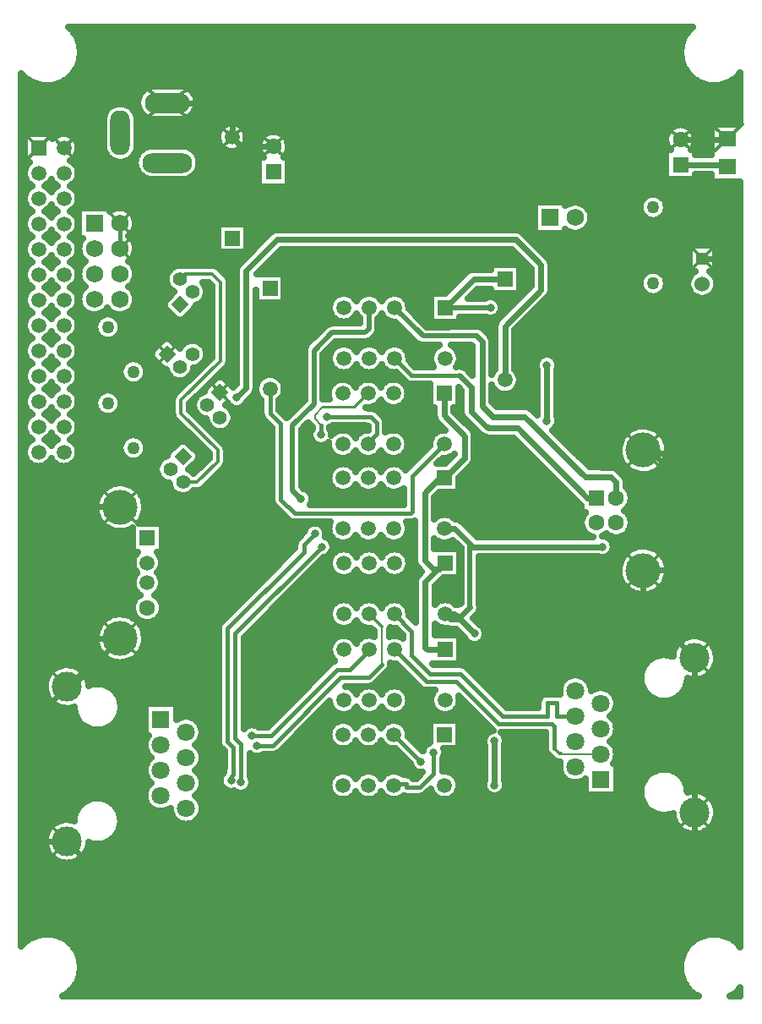
<source format=gbr>
G04 DipTrace 3.0.0.0*
G04 Bottom.gbr*
%MOIN*%
G04 #@! TF.FileFunction,Copper,L2,Bot*
G04 #@! TF.Part,Single*
%AMOUTLINE0*5,1,4,0,0,0.070866,-180.0*%
%AMOUTLINE3*5,1,4,0,0,0.070866,0.0*%
%AMOUTLINE6*5,1,4,0,0,0.070866,-90.0*%
G04 #@! TA.AperFunction,Conductor*
%ADD10C,0.01*%
%ADD14C,0.015748*%
%ADD15C,0.007*%
%ADD16C,0.014*%
%ADD17C,0.008*%
%ADD18C,0.012*%
%ADD19C,0.019685*%
%ADD20C,0.023622*%
G04 #@! TA.AperFunction,CopperBalancing*
%ADD29C,0.025*%
%ADD30C,0.012992*%
G04 #@! TA.AperFunction,ComponentPad*
%ADD34R,0.062992X0.062992*%
%ADD35C,0.062992*%
%ADD36R,0.070866X0.062992*%
G04 #@! TA.AperFunction,ComponentPad*
%ADD37R,0.059055X0.059055*%
%ADD38C,0.059055*%
%ADD39C,0.06*%
%ADD40R,0.05X0.05*%
%ADD41R,0.070866X0.070866*%
%ADD42C,0.070866*%
%ADD43C,0.11811*%
%ADD44C,0.062992*%
%ADD45C,0.137795*%
%ADD46O,0.177165X0.07874*%
%ADD47O,0.19685X0.07874*%
%ADD48O,0.07874X0.177165*%
%ADD49R,0.068898X0.068898*%
%ADD50C,0.068898*%
%ADD51C,0.055118*%
%ADD52C,0.05*%
%ADD53C,0.05*%
G04 #@! TA.AperFunction,ViaPad*
%ADD54C,0.031496*%
G04 #@! TA.AperFunction,ComponentPad*
%ADD106OUTLINE0*%
%ADD109OUTLINE3*%
%ADD112OUTLINE6*%
%FSLAX26Y26*%
G04*
G70*
G90*
G75*
G01*
G04 Bottom*
%LPD*%
X1342520Y1460630D2*
D14*
X1417323D1*
X1677166Y1720473D1*
X1728347D1*
X1807087Y1799213D1*
X1804331D1*
X1362205Y1421260D2*
X1425197D1*
X1692914Y1688977D1*
X1803150D1*
X1854331Y1740158D1*
D15*
Y1889764D1*
D16*
X1804331Y1939764D1*
X1259843Y1283465D2*
D14*
Y1299213D1*
X1267717Y1307087D1*
Y1413386D1*
X1244095Y1437008D1*
Y1881890D1*
X1547244Y2185040D1*
Y2212599D1*
X1590551Y2255906D1*
X1299213Y1275591D2*
Y1425197D1*
X1275591Y1448819D1*
Y1862205D1*
X1618110Y2204725D1*
X1614173Y2645670D2*
Y2685040D1*
D17*
X1590551Y2708662D1*
Y2724410D1*
X1622047Y2755906D1*
D10*
X1747244D1*
D18*
X1800394Y2809055D1*
X1803150Y2606299D2*
D14*
X1800394Y2609055D1*
X1637795Y2716536D2*
X1811024D1*
X1834646Y2692914D1*
Y2649607D1*
X1794095Y2609055D1*
X1800394D1*
X1535433Y2393701D2*
D19*
X1501969Y2427166D1*
Y2683071D1*
X1586614Y2767717D1*
Y2978347D1*
X1657481Y3049213D1*
X1787402D1*
X1803150Y3064961D1*
Y3146457D1*
X1804331Y3147638D1*
X2700788Y2397638D2*
D20*
X2665355D1*
X2389764Y2673229D1*
X2275591D1*
X2273622Y2675197D1*
X2269685D1*
X2206693Y2738189D1*
Y2834646D1*
D19*
X2161418Y2879921D1*
D14*
X1972047D1*
X1904331Y2947638D1*
X2779528Y2397638D2*
D20*
Y2458662D1*
X2757874Y2480315D1*
X2657481D1*
X2419292Y2718504D1*
X2291339D1*
X2250000Y2759843D1*
Y3013780D1*
X2228347Y3035433D1*
D19*
X2016536D1*
X1904331Y3147638D1*
X3033465Y3810630D2*
D20*
X3214173D1*
X3216536Y3812992D1*
X1427166Y3783071D2*
X1299607D1*
X1263780Y3818898D1*
Y3938977D1*
X1248032Y3954725D1*
X1007874D1*
X3118898Y3341470D2*
X3185827D1*
X3228084Y3299213D1*
Y2807349D1*
X3240158Y2795276D1*
Y2594488D1*
X3218504Y2572835D1*
X2898819D1*
X2886221Y2585433D1*
X2912599D1*
X3102362Y2395670D1*
Y2137795D1*
X3076772Y2112205D1*
X2887008D1*
X2886221Y2111418D1*
Y1969685D1*
X3088583Y1767323D1*
Y1157481D1*
Y811024D1*
X2755906Y478347D1*
X870079D1*
X769685Y578740D1*
Y886221D1*
X612205Y1043701D1*
X470866D1*
X438977Y1011811D1*
Y1527559D1*
X480315Y1568898D1*
X527559D1*
X612205Y1653544D1*
X632284D1*
X822441Y1843701D1*
X528347D1*
X437008Y1935040D1*
Y2271654D1*
X527559Y2362205D1*
X821260D1*
X822441Y2361024D1*
X820473Y3380315D2*
D14*
Y3480315D1*
X2102362Y2276378D2*
D20*
X2142914D1*
X2202756Y2216536D1*
D19*
Y1966536D1*
D20*
X2155512Y1919292D1*
X2124803D1*
X2104331Y1939764D1*
X2724410Y2204725D2*
X2214567D1*
X2202756Y2216536D1*
X2104331Y1939764D2*
X2142914D1*
X2220473Y1862205D1*
X2299213Y1264567D2*
Y1438977D1*
X1281890Y2792520D2*
X1318898Y2829528D1*
Y3293307D1*
X1440945Y3415355D1*
X2383858D1*
X2482284Y3316929D1*
Y3216536D1*
X2340551Y3074803D1*
Y2862205D1*
X1413386Y2826772D2*
D14*
Y2730315D1*
X1454725Y2688977D1*
Y2391732D1*
X1509843Y2336614D1*
X1968504D1*
X1974410Y2342520D1*
Y2483071D1*
X2100394Y2609055D1*
X2008662Y1358268D2*
X1902362Y1464567D1*
X2059055Y1393701D2*
Y1311024D1*
X2003937Y1255906D1*
X1951403D1*
Y1271654D1*
X1905512D1*
X1898425Y1264567D1*
X1902362D1*
X2718504Y1387414D2*
D15*
X2560642D1*
X2562992Y1389764D1*
D16*
X2555118D1*
X2535433Y1409449D1*
D14*
Y1496063D1*
X2523622Y1507874D1*
X2314961D1*
X2149607Y1673229D1*
X2030315D1*
X1904331Y1799213D1*
X2618504Y1537414D2*
X2543307D1*
Y1590551D1*
X2507294D1*
Y1537414D1*
X2332666D1*
X2165355Y1704725D1*
X2043307D1*
X1972441Y1775591D1*
Y1871654D1*
X1904331Y1939764D1*
X3033465Y3710630D2*
D20*
X3208662D1*
X3216536Y3702756D1*
X2340551Y3259843D2*
X2216536D1*
X2104331Y3147638D1*
X2100394Y2809055D2*
Y2722441D1*
X2181103Y2641732D1*
Y2555118D1*
X2102362Y2476378D1*
X2104331Y3147638D2*
D19*
X2283465D1*
X2505906Y2921260D2*
D20*
Y2700788D1*
X2102362Y2476378D2*
X2082677D1*
X2023622Y2417323D1*
Y2151575D1*
X2057087Y2118110D1*
X2082677D1*
X2104331Y2139764D1*
X2098425D1*
X2025591Y2066929D1*
Y1807087D1*
X2033465Y1799213D1*
X2104331D1*
X1069948Y2459974D2*
D16*
X1125591D1*
X1206562Y2540945D1*
Y2586221D1*
X1062730Y2730053D1*
Y2782809D1*
X1217848Y2937927D1*
Y3248032D1*
X1185433Y3280446D1*
X1079134D1*
X1058137Y3259449D1*
D54*
X1342520Y1460630D3*
X1362205Y1421260D3*
X1259843Y1283465D3*
X1590551Y2255906D3*
X1299213Y1275591D3*
X1618110Y2204725D3*
X1614173Y2645670D3*
X1637795Y2716536D3*
X1535433Y2393701D3*
X2724410Y2204725D3*
X2220473Y1862205D3*
X2299213Y1264567D3*
Y1438977D3*
X1281890Y2792520D3*
X2008662Y1358268D3*
X2059055Y1393701D3*
X2283465Y3147638D3*
X2505906Y2921260D3*
Y2700788D3*
X2707743Y3965617D3*
X643807Y4227970D2*
D29*
X3055604D1*
X657284Y4203101D2*
X3042128D1*
X664658Y4178232D2*
X3034706D1*
X666952Y4153364D2*
X3032362D1*
X664511Y4128495D2*
X3034803D1*
X656991Y4103626D2*
X3042274D1*
X643368Y4078757D2*
X3055898D1*
X434726Y4053889D2*
X446750D1*
X620711D2*
X3078504D1*
X3252743D2*
X3266099D1*
X434726Y4029020D2*
X491786D1*
X575643D2*
X3123280D1*
X3207967D2*
X3266103D1*
X434726Y4004151D2*
X912635D1*
X1103134D2*
X3266103D1*
X434726Y3979282D2*
X895058D1*
X1120711D2*
X3266103D1*
X434726Y3954414D2*
X890322D1*
X1125448D2*
X3266103D1*
X434726Y3929545D2*
X771083D1*
X874618D2*
X895302D1*
X1120467D2*
X3266103D1*
X434726Y3904676D2*
X757215D1*
X888436D2*
X913368D1*
X1102402D2*
X3266103D1*
X434726Y3879807D2*
X754482D1*
X891219D2*
X3266103D1*
X434726Y3854939D2*
X754482D1*
X891219D2*
X1218398D1*
X1309188D2*
X2993544D1*
X3073398D2*
X3152088D1*
X558504Y3830070D2*
X577967D1*
X622030D2*
X754482D1*
X891219D2*
X1206386D1*
X1321151D2*
X1390711D1*
X1463631D2*
X2976356D1*
X3090584D2*
X3152088D1*
X651230Y3805201D2*
X754482D1*
X891219D2*
X1206971D1*
X1320614D2*
X1371083D1*
X1483260D2*
X2973231D1*
X3093710D2*
X3152088D1*
X658456Y3780332D2*
X754872D1*
X890828D2*
X923622D1*
X1092147D2*
X1220643D1*
X1306894D2*
X1366738D1*
X1487607D2*
X2981532D1*
X3085410D2*
X3152088D1*
X653963Y3755463D2*
X762734D1*
X882919D2*
X891782D1*
X1123935D2*
X1373671D1*
X1480672D2*
X2972987D1*
X3093954D2*
X3152088D1*
X633016Y3730595D2*
X787000D1*
X858651D2*
X881580D1*
X1134188D2*
X1366688D1*
X1487655D2*
X2972987D1*
X434726Y3705726D2*
X449091D1*
X650936D2*
X881727D1*
X1134042D2*
X1366688D1*
X1487655D2*
X2972987D1*
X658407Y3680857D2*
X892274D1*
X1123495D2*
X1366688D1*
X1487655D2*
X2972987D1*
X434726Y3655988D2*
X445774D1*
X654208D2*
X925575D1*
X1090146D2*
X1366688D1*
X1487655D2*
X2972987D1*
X3093954D2*
X3152088D1*
X434726Y3631120D2*
X466151D1*
X533847D2*
X566151D1*
X633847D2*
X1366688D1*
X1487655D2*
X3266103D1*
X434726Y3606251D2*
X449383D1*
X650595D2*
X3266103D1*
X658407Y3581382D2*
X2889540D1*
X2962411D2*
X3266103D1*
X434726Y3556513D2*
X445579D1*
X654403D2*
X2454286D1*
X2647372D2*
X2873915D1*
X2978084D2*
X3266103D1*
X434726Y3531645D2*
X465419D1*
X534579D2*
X565419D1*
X634579D2*
X657020D1*
X855819D2*
X2454286D1*
X2673446D2*
X2873183D1*
X2978768D2*
X3266103D1*
X434726Y3506776D2*
X449676D1*
X877890D2*
X2454286D1*
X2680966D2*
X2886562D1*
X2965439D2*
X3266103D1*
X883895Y3481907D2*
X2454286D1*
X2677743D2*
X3266103D1*
X434726Y3457038D2*
X445383D1*
X879306D2*
X1205263D1*
X1322323D2*
X2454286D1*
X2661386D2*
X3266103D1*
X434726Y3432170D2*
X464687D1*
X535311D2*
X564687D1*
X635311D2*
X657020D1*
X860311D2*
X1205263D1*
X1322323D2*
X1401112D1*
X2423691D2*
X3266103D1*
X434726Y3407301D2*
X450067D1*
X649960D2*
X663335D1*
X877596D2*
X1205263D1*
X1322323D2*
X1376210D1*
X2448592D2*
X3266103D1*
X883895Y3382432D2*
X1205263D1*
X1322323D2*
X1351356D1*
X2473446D2*
X3064882D1*
X3172910D2*
X3266103D1*
X434726Y3357563D2*
X445189D1*
X879500D2*
X1326503D1*
X1439803D2*
X2384999D1*
X2498299D2*
X3064882D1*
X3172910D2*
X3266103D1*
X434726Y3332694D2*
X463954D1*
X536044D2*
X563954D1*
X636044D2*
X679970D1*
X860995D2*
X1301600D1*
X1414950D2*
X2409852D1*
X2519687D2*
X3064882D1*
X3172910D2*
X3266103D1*
X434726Y3307826D2*
X450360D1*
X649618D2*
X663629D1*
X877352D2*
X1031532D1*
X1207235D2*
X1280946D1*
X1390096D2*
X2282020D1*
X2399080D2*
X2434706D1*
X2523104D2*
X3064882D1*
X3172910D2*
X3266103D1*
X883847Y3282957D2*
X1006971D1*
X1232772D2*
X1278114D1*
X1365194D2*
X2182996D1*
X2399080D2*
X2441492D1*
X2523104D2*
X2891444D1*
X2960507D2*
X3078066D1*
X3159726D2*
X3266103D1*
X434726Y3258088D2*
X444994D1*
X879696D2*
X1001600D1*
X1252303D2*
X1278114D1*
X1471883D2*
X2158095D1*
X2399080D2*
X2441492D1*
X2523104D2*
X2874355D1*
X2977596D2*
X3062391D1*
X3175399D2*
X3266103D1*
X434726Y3233219D2*
X463271D1*
X536727D2*
X563271D1*
X636727D2*
X679286D1*
X861630D2*
X1008387D1*
X1159188D2*
X1181874D1*
X1253818D2*
X1278114D1*
X1471883D2*
X2133242D1*
X2399080D2*
X2441492D1*
X2523104D2*
X2872840D1*
X2979110D2*
X3060487D1*
X3177303D2*
X3266103D1*
X434726Y3208351D2*
X450750D1*
X649276D2*
X663843D1*
X877059D2*
X1031630D1*
X1164658D2*
X1181874D1*
X1253818D2*
X1278114D1*
X1471883D2*
X2108387D1*
X2221688D2*
X2282020D1*
X2399080D2*
X2417420D1*
X2522226D2*
X2885096D1*
X2966903D2*
X3070643D1*
X3167147D2*
X3266103D1*
X883847Y3183482D2*
X1006776D1*
X1158066D2*
X1181874D1*
X1253818D2*
X1278114D1*
X1471883D2*
X1658778D1*
X1749862D2*
X1758780D1*
X1849862D2*
X1858780D1*
X1949862D2*
X2045790D1*
X2308310D2*
X2392567D1*
X2505916D2*
X3266103D1*
X434726Y3158613D2*
X444798D1*
X879940D2*
X993739D1*
X1129012D2*
X1181874D1*
X1253818D2*
X1278114D1*
X1359726D2*
X1646912D1*
X1961776D2*
X2045790D1*
X2326767D2*
X2367714D1*
X2481015D2*
X3266103D1*
X434726Y3133744D2*
X462587D1*
X537411D2*
X562587D1*
X637411D2*
X678651D1*
X762264D2*
X778693D1*
X862264D2*
X1008436D1*
X1107822D2*
X1181874D1*
X1253818D2*
X1278114D1*
X1359726D2*
X1647547D1*
X1972128D2*
X2045790D1*
X2325839D2*
X2342811D1*
X2456160D2*
X3266103D1*
X434726Y3108876D2*
X451042D1*
X648935D2*
X736366D1*
X810848D2*
X1033290D1*
X1082967D2*
X1181874D1*
X1253818D2*
X1278114D1*
X1359726D2*
X1661366D1*
X1747274D2*
X1761407D1*
X1847274D2*
X1861407D1*
X1996982D2*
X2045790D1*
X2162851D2*
X2264198D1*
X2302743D2*
X2317958D1*
X2431307D2*
X3266103D1*
X658163Y3084007D2*
X721327D1*
X825887D2*
X1181874D1*
X1253818D2*
X1278114D1*
X1359726D2*
X1644520D1*
X1842000D2*
X1914100D1*
X2021835D2*
X2300868D1*
X2406406D2*
X3266103D1*
X434726Y3059138D2*
X444604D1*
X655428D2*
X720986D1*
X826278D2*
X1181874D1*
X1253818D2*
X1278114D1*
X1359726D2*
X1613515D1*
X1841512D2*
X1938954D1*
X2261288D2*
X2299744D1*
X2381551D2*
X3266103D1*
X434726Y3034269D2*
X461952D1*
X538046D2*
X561952D1*
X638046D2*
X734902D1*
X812362D2*
X1181874D1*
X1253818D2*
X1278114D1*
X1359726D2*
X1588660D1*
X1826327D2*
X1963807D1*
X2284872D2*
X2299706D1*
X2381356D2*
X3266103D1*
X434726Y3009400D2*
X451433D1*
X648592D2*
X977822D1*
X1037118D2*
X1076210D1*
X1138778D2*
X1181874D1*
X1253818D2*
X1278114D1*
X1359726D2*
X1563807D1*
X1671542D2*
X1988710D1*
X2290780D2*
X2299711D1*
X2381356D2*
X3266103D1*
X658066Y2984532D2*
X952967D1*
X1159823D2*
X1181874D1*
X1253818D2*
X1278114D1*
X1359726D2*
X1548328D1*
X1646688D2*
X1659658D1*
X1748983D2*
X1759718D1*
X1848983D2*
X1859718D1*
X1948983D2*
X2059658D1*
X2148983D2*
X2209218D1*
X2290780D2*
X2299711D1*
X2381356D2*
X3266103D1*
X434726Y2959663D2*
X444408D1*
X655575D2*
X943348D1*
X1163876D2*
X1181874D1*
X1253818D2*
X1278114D1*
X1359726D2*
X1547792D1*
X1625448D2*
X1647108D1*
X1961532D2*
X2047108D1*
X2161532D2*
X2209218D1*
X2290780D2*
X2299711D1*
X2381356D2*
X2485828D1*
X2525986D2*
X3266103D1*
X434726Y2934794D2*
X461318D1*
X538680D2*
X561318D1*
X638680D2*
X839491D1*
X908554D2*
X960927D1*
X1155672D2*
X1164844D1*
X1253671D2*
X1278114D1*
X1359726D2*
X1547792D1*
X1625448D2*
X1647303D1*
X1968271D2*
X2047303D1*
X2161336D2*
X2209218D1*
X2290780D2*
X2299711D1*
X2381356D2*
X2463416D1*
X2548398D2*
X3266103D1*
X434726Y2909925D2*
X451823D1*
X648202D2*
X822402D1*
X925643D2*
X985828D1*
X1115927D2*
X1139979D1*
X1239706D2*
X1278114D1*
X1359726D2*
X1547792D1*
X1625448D2*
X1660390D1*
X1748251D2*
X1760419D1*
X1848251D2*
X1860419D1*
X2184432D2*
X2209218D1*
X2290780D2*
X2299711D1*
X2381356D2*
X2462734D1*
X2549080D2*
X3266103D1*
X658016Y2885057D2*
X820887D1*
X927158D2*
X1009120D1*
X1105868D2*
X1115128D1*
X1214852D2*
X1278114D1*
X1359726D2*
X1547792D1*
X1625448D2*
X1915810D1*
X2394198D2*
X2465126D1*
X2546688D2*
X3266103D1*
X434726Y2860188D2*
X444213D1*
X655771D2*
X833095D1*
X914902D2*
X1047011D1*
X1067982D2*
X1090223D1*
X1244979D2*
X1278114D1*
X1460848D2*
X1547792D1*
X1625448D2*
X1674990D1*
X1725790D2*
X1774990D1*
X1825790D2*
X1874990D1*
X1925790D2*
X1940654D1*
X2399032D2*
X2465126D1*
X2546688D2*
X3266103D1*
X434726Y2835319D2*
X460683D1*
X539315D2*
X560683D1*
X639315D2*
X1065370D1*
X1471248D2*
X1547792D1*
X1625448D2*
X1648427D1*
X1952352D2*
X2041883D1*
X2392196D2*
X2465126D1*
X2546688D2*
X3266103D1*
X434726Y2810450D2*
X452116D1*
X647860D2*
X738172D1*
X809042D2*
X1040516D1*
X1469491D2*
X1547792D1*
X1625448D2*
X1641903D1*
X1958895D2*
X2041883D1*
X2290780D2*
X2316591D1*
X2364511D2*
X2465126D1*
X2546688D2*
X3266103D1*
X657919Y2785582D2*
X721767D1*
X825448D2*
X1026844D1*
X1331600D2*
X1372939D1*
X1453866D2*
X1547792D1*
X1953768D2*
X2041883D1*
X2290780D2*
X2465126D1*
X2546688D2*
X3266103D1*
X434726Y2760713D2*
X444116D1*
X655916D2*
X720643D1*
X826620D2*
X1026747D1*
X1098739D2*
X1109823D1*
X1312167D2*
X1376503D1*
X1450252D2*
X1525722D1*
X1831210D2*
X1869570D1*
X1931210D2*
X2041883D1*
X2305819D2*
X2465126D1*
X2546688D2*
X3266103D1*
X434726Y2735844D2*
X460096D1*
X539902D2*
X560096D1*
X639902D2*
X733387D1*
X813876D2*
X1026747D1*
X1106795D2*
X1117323D1*
X1267978D2*
X1376503D1*
X1458944D2*
X1500868D1*
X1842831D2*
X2059608D1*
X2143660D2*
X2165956D1*
X2546688D2*
X3266103D1*
X434726Y2710975D2*
X452505D1*
X647470D2*
X1032704D1*
X1131650D2*
X1151112D1*
X1272763D2*
X1382460D1*
X1866366D2*
X2061366D1*
X2168515D2*
X2177267D1*
X2549423D2*
X3266103D1*
X657870Y2686107D2*
X1056826D1*
X1156551D2*
X1167171D1*
X1265340D2*
X1406483D1*
X1558895D2*
X1567470D1*
X1871492D2*
X2080067D1*
X2193416D2*
X2202125D1*
X2548007D2*
X3266103D1*
X434726Y2661238D2*
X443920D1*
X656112D2*
X1081679D1*
X1181406D2*
X1200038D1*
X1232479D2*
X1417860D1*
X1540780D2*
X1572402D1*
X1655916D2*
X1677528D1*
X1723251D2*
X1777528D1*
X1923251D2*
X2077528D1*
X2216562D2*
X2226973D1*
X2533211D2*
X2825819D1*
X2946639D2*
X3266103D1*
X434726Y2636369D2*
X459511D1*
X540487D2*
X559511D1*
X640487D2*
X841542D1*
X906454D2*
X1106532D1*
X1206259D2*
X1417860D1*
X1540780D2*
X1570448D1*
X1951815D2*
X2048963D1*
X2221883D2*
X2262684D1*
X2558114D2*
X2803066D1*
X2969394D2*
X3266103D1*
X434726Y2611500D2*
X452897D1*
X647079D2*
X822939D1*
X925107D2*
X1046083D1*
X1093807D2*
X1131435D1*
X1231160D2*
X1417860D1*
X1540780D2*
X1586855D1*
X1958847D2*
X2041932D1*
X2221883D2*
X2394814D1*
X2582967D2*
X2791982D1*
X2980478D2*
X3266103D1*
X434726Y2586631D2*
X442261D1*
X657772D2*
X820643D1*
X927402D2*
X1021230D1*
X1118710D2*
X1156288D1*
X1242538D2*
X1417860D1*
X1540780D2*
X1646571D1*
X1954208D2*
X2026844D1*
X2221883D2*
X2419715D1*
X2607822D2*
X2788319D1*
X2984091D2*
X3266103D1*
X434726Y2561763D2*
X443726D1*
X656259D2*
X831776D1*
X916268D2*
X1001991D1*
X1134335D2*
X1170546D1*
X1242538D2*
X1417860D1*
X1540780D2*
X1667860D1*
X1732919D2*
X1767860D1*
X1832919D2*
X1867860D1*
X1932919D2*
X2001991D1*
X2221883D2*
X2444570D1*
X2632723D2*
X2791298D1*
X2981112D2*
X3266103D1*
X434726Y2536894D2*
X458974D1*
X541024D2*
X558974D1*
X641024D2*
X970595D1*
X1122274D2*
X1152626D1*
X1242294D2*
X1417860D1*
X1540780D2*
X1977138D1*
X2079355D2*
X2106191D1*
X2217294D2*
X2469423D1*
X2657576D2*
X2801600D1*
X2970858D2*
X3266103D1*
X434726Y2512025D2*
X963416D1*
X1097420D2*
X1127772D1*
X1227499D2*
X1417860D1*
X1540780D2*
X1656630D1*
X1748055D2*
X1756684D1*
X1848055D2*
X1856684D1*
X2194687D2*
X2494276D1*
X2781844D2*
X2822792D1*
X2949618D2*
X3266103D1*
X434726Y2487156D2*
X968446D1*
X1202646D2*
X1417860D1*
X1540780D2*
X1644911D1*
X2169832D2*
X2519179D1*
X2807723D2*
X3266103D1*
X434726Y2462288D2*
X991982D1*
X1177792D2*
X1417860D1*
X1540780D2*
X1645643D1*
X2160898D2*
X2544032D1*
X2820175D2*
X3266103D1*
X434726Y2437419D2*
X762831D1*
X882040D2*
X1018348D1*
X1152890D2*
X1417860D1*
X1545614D2*
X1659608D1*
X1745126D2*
X1759608D1*
X1845126D2*
X1859608D1*
X2160898D2*
X2568886D1*
X2824227D2*
X3266103D1*
X434726Y2412550D2*
X739687D1*
X905234D2*
X1041492D1*
X1098398D2*
X1417860D1*
X1575742D2*
X1937538D1*
X2075496D2*
X2593788D1*
X2838046D2*
X3266103D1*
X434726Y2387681D2*
X728358D1*
X916512D2*
X1418104D1*
X1579744D2*
X1937538D1*
X2064412D2*
X2618642D1*
X2839168D2*
X3266103D1*
X434726Y2362813D2*
X724550D1*
X920322D2*
X1432558D1*
X2064412D2*
X2640322D1*
X2828378D2*
X3266103D1*
X434726Y2337944D2*
X727382D1*
X917490D2*
X1457411D1*
X2064412D2*
X2655116D1*
X2825204D2*
X3266103D1*
X434726Y2313075D2*
X737490D1*
X907382D2*
X1482264D1*
X2156406D2*
X2641982D1*
X2838339D2*
X3266103D1*
X434726Y2288206D2*
X758339D1*
X989608D2*
X1560828D1*
X1620272D2*
X1645107D1*
X1959628D2*
X1982802D1*
X2187752D2*
X2641347D1*
X2838974D2*
X3266103D1*
X434726Y2263337D2*
X868642D1*
X989608D2*
X1546474D1*
X1634628D2*
X1645399D1*
X1959335D2*
X1982802D1*
X2212607D2*
X2652723D1*
X2827596D2*
X3266103D1*
X434726Y2238469D2*
X868642D1*
X989608D2*
X1522011D1*
X1646004D2*
X1658631D1*
X1746103D2*
X1758631D1*
X1846103D2*
X1858631D1*
X1946103D2*
X1982802D1*
X2752303D2*
X3266103D1*
X434726Y2213600D2*
X868642D1*
X989608D2*
X1510390D1*
X1661923D2*
X1982802D1*
X2064412D2*
X2149012D1*
X2768222D2*
X3266103D1*
X434726Y2188731D2*
X868642D1*
X989608D2*
X1499843D1*
X1659726D2*
X1674579D1*
X1734042D2*
X1774599D1*
X1834042D2*
X1874599D1*
X1934042D2*
X1982802D1*
X2766024D2*
X2827870D1*
X2944588D2*
X3266103D1*
X434726Y2163862D2*
X875184D1*
X983114D2*
X1474990D1*
X1631307D2*
X1651259D1*
X1957382D2*
X1982802D1*
X2241610D2*
X2711219D1*
X2737607D2*
X2804042D1*
X2968416D2*
X3266103D1*
X434726Y2138994D2*
X870692D1*
X987607D2*
X1450087D1*
X1603475D2*
X1645839D1*
X1962851D2*
X1984950D1*
X2241610D2*
X2792420D1*
X2980038D2*
X3266103D1*
X434726Y2114125D2*
X877870D1*
X980379D2*
X1425234D1*
X1578622D2*
X1652040D1*
X1956650D2*
X2004383D1*
X2241610D2*
X2788368D1*
X2984091D2*
X3266103D1*
X434726Y2089256D2*
X877138D1*
X981112D2*
X1400379D1*
X1553719D2*
X1677576D1*
X1731063D2*
X1777576D1*
X1831063D2*
X1877576D1*
X1931063D2*
X1991982D1*
X2241610D2*
X2790956D1*
X2981503D2*
X3266103D1*
X434726Y2064387D2*
X870643D1*
X987655D2*
X1375478D1*
X1528866D2*
X1984803D1*
X2079696D2*
X2163906D1*
X2241610D2*
X2800722D1*
X2971688D2*
X3266103D1*
X434726Y2039519D2*
X875771D1*
X982479D2*
X1350624D1*
X1504012D2*
X1984803D1*
X2066415D2*
X2163906D1*
X2241610D2*
X2821034D1*
X2951424D2*
X3266103D1*
X434726Y2014650D2*
X897402D1*
X960848D2*
X1325771D1*
X1479159D2*
X1984803D1*
X2066415D2*
X2163906D1*
X2241610D2*
X3266103D1*
X434726Y1989781D2*
X874403D1*
X983847D2*
X1300868D1*
X1454256D2*
X1676600D1*
X1732040D2*
X1776600D1*
X1832040D2*
X1876600D1*
X1932040D2*
X1984803D1*
X2066415D2*
X2076593D1*
X2132040D2*
X2163906D1*
X2241610D2*
X3266103D1*
X434726Y1964912D2*
X868642D1*
X989608D2*
X1276015D1*
X1429403D2*
X1651795D1*
X1956894D2*
X1984803D1*
X2243515D2*
X3266103D1*
X434726Y1940044D2*
X874110D1*
X984188D2*
X1251160D1*
X1404550D2*
X1645790D1*
X1962851D2*
X1984803D1*
X2232919D2*
X3266103D1*
X434726Y1915175D2*
X756776D1*
X888095D2*
X896219D1*
X962020D2*
X1226259D1*
X1379647D2*
X1651503D1*
X2224179D2*
X3266103D1*
X434726Y1890306D2*
X736708D1*
X908163D2*
X1208290D1*
X1354794D2*
X1675526D1*
X1733163D2*
X1775526D1*
X2066415D2*
X2075523D1*
X2254500D2*
X3266103D1*
X434726Y1865437D2*
X727040D1*
X917831D2*
X1207215D1*
X1329940D2*
X1821815D1*
X1886826D2*
X1927576D1*
X2066415D2*
X2160584D1*
X2265096D2*
X3266103D1*
X434726Y1840568D2*
X724599D1*
X920272D2*
X1207215D1*
X1312460D2*
X1664051D1*
X1744638D2*
X1764051D1*
X2162851D2*
X2181679D1*
X2259238D2*
X3041883D1*
X3135263D2*
X3266103D1*
X434726Y1815700D2*
X728748D1*
X916122D2*
X1207215D1*
X1312460D2*
X1648280D1*
X2162851D2*
X3015516D1*
X3161630D2*
X3266103D1*
X434726Y1790831D2*
X740566D1*
X904355D2*
X1207215D1*
X1312460D2*
X1646424D1*
X2162851D2*
X3003847D1*
X3173348D2*
X3266103D1*
X434726Y1765962D2*
X764638D1*
X880234D2*
X1207215D1*
X1312460D2*
X1656727D1*
X2162851D2*
X2919326D1*
X3176620D2*
X3266103D1*
X434726Y1741093D2*
X1207215D1*
X1312460D2*
X1646668D1*
X1891171D2*
X1911366D1*
X2058016D2*
X2892079D1*
X3172519D2*
X3266103D1*
X434726Y1716225D2*
X551503D1*
X672910D2*
X1207215D1*
X1312460D2*
X1621815D1*
X1881503D2*
X1936219D1*
X2204940D2*
X2879286D1*
X3159676D2*
X3266103D1*
X434726Y1691356D2*
X532948D1*
X691463D2*
X1207215D1*
X1312460D2*
X1596962D1*
X1856650D2*
X1961074D1*
X2229843D2*
X2585634D1*
X2651376D2*
X2874696D1*
X3130428D2*
X3266103D1*
X434726Y1666487D2*
X525135D1*
X699276D2*
X1207215D1*
X1312460D2*
X1572059D1*
X1831747D2*
X1985975D1*
X2254696D2*
X2561318D1*
X2675692D2*
X2877040D1*
X3059970D2*
X3266103D1*
X434726Y1641618D2*
X524990D1*
X795810D2*
X1207215D1*
X1312460D2*
X1547206D1*
X1743416D2*
X1765223D1*
X1843416D2*
X1865223D1*
X1943416D2*
X2014344D1*
X2279550D2*
X2554238D1*
X2750936D2*
X2886952D1*
X3050058D2*
X3266103D1*
X434726Y1616750D2*
X532460D1*
X815340D2*
X1207215D1*
X1312460D2*
X1522352D1*
X1960019D2*
X2048622D1*
X2304452D2*
X2482558D1*
X2775546D2*
X2908046D1*
X3028963D2*
X3266103D1*
X434726Y1591881D2*
X550428D1*
X824326D2*
X1207215D1*
X1312460D2*
X1497450D1*
X1962362D2*
X2046278D1*
X2162362D2*
X2179872D1*
X2329306D2*
X2470448D1*
X2782772D2*
X3266103D1*
X434726Y1567012D2*
X638660D1*
X825936D2*
X917860D1*
X1046688D2*
X1207215D1*
X1312460D2*
X1472596D1*
X1622030D2*
X1655995D1*
X1952694D2*
X2055995D1*
X2152694D2*
X2204726D1*
X2779452D2*
X3266103D1*
X434726Y1542143D2*
X643983D1*
X820566D2*
X917860D1*
X1046688D2*
X1207215D1*
X1312460D2*
X1447743D1*
X1597176D2*
X2229579D1*
X2763242D2*
X3266103D1*
X434726Y1517274D2*
X657851D1*
X806698D2*
X917860D1*
X1128671D2*
X1207215D1*
X1312460D2*
X1422890D1*
X1572323D2*
X1680898D1*
X1723836D2*
X1780898D1*
X1823836D2*
X1880898D1*
X1923836D2*
X2043836D1*
X2160898D2*
X2254482D1*
X2775252D2*
X3266103D1*
X434726Y1492406D2*
X687928D1*
X776668D2*
X917860D1*
X1143807D2*
X1207215D1*
X1547420D2*
X1651259D1*
X1953475D2*
X2043836D1*
X2160898D2*
X2279335D1*
X2782723D2*
X3266103D1*
X434726Y1467537D2*
X917860D1*
X1146395D2*
X1207215D1*
X1522567D2*
X1643935D1*
X1960799D2*
X2043836D1*
X2160898D2*
X2265614D1*
X2332822D2*
X2498574D1*
X2779647D2*
X3266103D1*
X434726Y1442668D2*
X920887D1*
X1138436D2*
X1207215D1*
X1497714D2*
X1648280D1*
X1975351D2*
X2043836D1*
X2160898D2*
X2254628D1*
X2343807D2*
X2498574D1*
X2763827D2*
X3266103D1*
X434726Y1417799D2*
X918154D1*
X1128183D2*
X1213075D1*
X1472860D2*
X1669032D1*
X1735702D2*
X1769032D1*
X1835702D2*
X1869032D1*
X2000252D2*
X2021864D1*
X2160898D2*
X2258387D1*
X2339999D2*
X2498574D1*
X2774960D2*
X3266103D1*
X434726Y1392931D2*
X926015D1*
X1143612D2*
X1230848D1*
X1447128D2*
X1922890D1*
X2103768D2*
X2258387D1*
X2339999D2*
X2502822D1*
X2782675D2*
X3266103D1*
X434726Y1368062D2*
X936659D1*
X1146444D2*
X1230848D1*
X1336092D2*
X1947743D1*
X2095907D2*
X2258387D1*
X2339999D2*
X2526942D1*
X2779843D2*
X3266103D1*
X434726Y1343193D2*
X921034D1*
X1138730D2*
X1230848D1*
X1336092D2*
X1966688D1*
X2095907D2*
X2258387D1*
X2339999D2*
X2554335D1*
X2782919D2*
X3266103D1*
X434726Y1318324D2*
X918104D1*
X1127646D2*
X1228798D1*
X1336092D2*
X1684120D1*
X1720614D2*
X1784120D1*
X1820614D2*
X1884120D1*
X1920614D2*
X1992420D1*
X2120614D2*
X2258387D1*
X2339999D2*
X2557118D1*
X2782919D2*
X2923574D1*
X3013436D2*
X3266103D1*
X434726Y1293456D2*
X925672D1*
X1143466D2*
X1216298D1*
X1339999D2*
X1651844D1*
X1980478D2*
X1990404D1*
X2152840D2*
X2258387D1*
X2339999D2*
X2572402D1*
X2782919D2*
X2893836D1*
X3043172D2*
X3266103D1*
X434726Y1268587D2*
X937196D1*
X1146492D2*
X1217811D1*
X1343368D2*
X1643983D1*
X2160751D2*
X2254676D1*
X2343759D2*
X2654091D1*
X2782919D2*
X2880116D1*
X3056894D2*
X3266103D1*
X434726Y1243718D2*
X921230D1*
X1139023D2*
X1243055D1*
X1329452D2*
X1647890D1*
X2156844D2*
X2259999D1*
X2338436D2*
X2654091D1*
X2782919D2*
X2874843D1*
X3062167D2*
X3266103D1*
X434726Y1218849D2*
X918055D1*
X1127059D2*
X1667470D1*
X1737215D2*
X1767470D1*
X1837215D2*
X1867470D1*
X1937215D2*
X2067470D1*
X2137215D2*
X2876551D1*
X3150692D2*
X3266103D1*
X434726Y1193981D2*
X671474D1*
X793075D2*
X925428D1*
X1143271D2*
X2885634D1*
X3168466D2*
X3266103D1*
X434726Y1169112D2*
X650526D1*
X814023D2*
X950379D1*
X1146542D2*
X2905311D1*
X3175839D2*
X3266103D1*
X434726Y1144243D2*
X640760D1*
X823788D2*
X1025282D1*
X1139315D2*
X3001551D1*
X3175595D2*
X3266103D1*
X434726Y1119374D2*
X569814D1*
X826034D2*
X1049940D1*
X1114658D2*
X3009511D1*
X3167684D2*
X3266103D1*
X434726Y1094505D2*
X540858D1*
X821395D2*
X3028163D1*
X3148983D2*
X3266103D1*
X434726Y1069637D2*
X528163D1*
X808504D2*
X3266103D1*
X434726Y1044768D2*
X524159D1*
X780966D2*
X3266103D1*
X434726Y1019899D2*
X527528D1*
X696883D2*
X3266103D1*
X434726Y995030D2*
X539344D1*
X685067D2*
X3266103D1*
X434726Y970162D2*
X566004D1*
X658407D2*
X3266103D1*
X434726Y945293D2*
X3266103D1*
X434726Y920424D2*
X3266103D1*
X434726Y895555D2*
X3266103D1*
X434726Y870687D2*
X3266103D1*
X434726Y845818D2*
X3266103D1*
X434726Y820949D2*
X3266103D1*
X434726Y796080D2*
X3266103D1*
X434726Y771211D2*
X3266103D1*
X434726Y746343D2*
X3266103D1*
X434726Y721474D2*
X3266103D1*
X434726Y696605D2*
X3266103D1*
X434726Y671736D2*
X490223D1*
X577499D2*
X3122108D1*
X3208603D2*
X3266103D1*
X434726Y646868D2*
X446261D1*
X621492D2*
X3077870D1*
X3252840D2*
X3266104D1*
X643906Y621999D2*
X3055410D1*
X657382Y597130D2*
X3041883D1*
X664755Y572261D2*
X3034462D1*
X667099Y547393D2*
X3032118D1*
X664658Y522524D2*
X3034511D1*
X657187Y497655D2*
X3041982D1*
X643563Y472786D2*
X3055555D1*
X620907Y447918D2*
X3078163D1*
X3252547D2*
X3266088D1*
X1381677Y3741059D2*
X1387194D1*
X1380691Y3748390D1*
X1376607Y3754675D1*
X1373366Y3761432D1*
X1371024Y3768551D1*
X1369621Y3775914D1*
X1369179Y3783395D1*
X1369705Y3790872D1*
X1371191Y3798218D1*
X1373612Y3805311D1*
X1376928Y3812033D1*
X1381083Y3818271D1*
X1386007Y3823920D1*
X1391620Y3828887D1*
X1397826Y3833089D1*
X1404521Y3836456D1*
X1411596Y3838931D1*
X1418931Y3840471D1*
X1426403Y3841054D1*
X1433887Y3840668D1*
X1441260Y3839320D1*
X1448397Y3837033D1*
X1455180Y3833844D1*
X1461494Y3829806D1*
X1467235Y3824988D1*
X1472307Y3819470D1*
X1476625Y3813344D1*
X1480116Y3806713D1*
X1482723Y3799685D1*
X1484402Y3792381D1*
X1485154Y3783071D1*
X1484670Y3775592D1*
X1483225Y3768238D1*
X1480843Y3761131D1*
X1477565Y3754391D1*
X1473445Y3748130D1*
X1467120Y3741055D1*
X1485154Y3741059D1*
Y3625083D1*
X1369177D1*
Y3741059D1*
X1381677D1*
X2987977Y3768618D2*
X2993494D1*
X2986990Y3775949D1*
X2982906Y3782234D1*
X2979666Y3788991D1*
X2977323Y3796110D1*
X2975920Y3803473D1*
X2975478Y3810954D1*
X2976004Y3818431D1*
X2977490Y3825777D1*
X2979911Y3832870D1*
X2983227Y3839592D1*
X2987382Y3845830D1*
X2992306Y3851479D1*
X2997919Y3856446D1*
X3004125Y3860649D1*
X3010820Y3864015D1*
X3017895Y3866490D1*
X3025230Y3868030D1*
X3032702Y3868613D1*
X3040187Y3868227D1*
X3047559Y3866879D1*
X3054696Y3864592D1*
X3061479Y3861403D1*
X3067793Y3857365D1*
X3073534Y3852547D1*
X3078607Y3847029D1*
X3082924Y3840903D1*
X3086415Y3834272D1*
X3089023Y3827244D1*
X3090701Y3819940D1*
X3091453Y3810630D1*
X3090969Y3803151D1*
X3089524Y3795797D1*
X3087142Y3788691D1*
X3083864Y3781950D1*
X3079744Y3775689D1*
X3073419Y3768614D1*
X3091453Y3768618D1*
Y3748941D1*
X3154608Y3748933D1*
X3154610Y3870981D1*
X3268586D1*
X3268587Y4072973D1*
X3258066Y4061095D1*
X3250526Y4054128D1*
X3242465Y4047772D1*
X3233929Y4042068D1*
X3224973Y4037051D1*
X3215650Y4032755D1*
X3206019Y4029201D1*
X3196138Y4026415D1*
X3186070Y4024412D1*
X3175874Y4023205D1*
X3165617Y4022802D1*
X3155360Y4023205D1*
X3145164Y4024412D1*
X3135096Y4026415D1*
X3125215Y4029201D1*
X3115584Y4032755D1*
X3106261Y4037051D1*
X3097305Y4042068D1*
X3088769Y4047772D1*
X3080708Y4054128D1*
X3073168Y4061095D1*
X3066201Y4068634D1*
X3059845Y4076696D1*
X3054142Y4085231D1*
X3049125Y4094188D1*
X3044828Y4103511D1*
X3041274Y4113142D1*
X3038488Y4123023D1*
X3036486Y4133091D1*
X3035278Y4143286D1*
X3034876Y4153544D1*
X3035278Y4163801D1*
X3036486Y4173996D1*
X3038488Y4184065D1*
X3041274Y4193945D1*
X3044828Y4203576D1*
X3049125Y4212899D1*
X3054142Y4221856D1*
X3059845Y4230391D1*
X3066201Y4238453D1*
X3073168Y4245992D1*
X3080561Y4252824D1*
X618928Y4252839D1*
X626176Y4246124D1*
X633143Y4238584D1*
X639499Y4230523D1*
X645202Y4221987D1*
X650219Y4213030D1*
X654516Y4203708D1*
X658070Y4194076D1*
X660856Y4184196D1*
X662858Y4174128D1*
X664066Y4163932D1*
X664469Y4153675D1*
X664066Y4143418D1*
X662858Y4133222D1*
X660856Y4123154D1*
X658070Y4113273D1*
X654516Y4103642D1*
X650219Y4094319D1*
X645202Y4085362D1*
X639499Y4076827D1*
X633143Y4068765D1*
X626176Y4061226D1*
X618637Y4054259D1*
X610575Y4047903D1*
X602040Y4042200D1*
X593083Y4037183D1*
X583760Y4032886D1*
X574129Y4029332D1*
X564248Y4026546D1*
X554180Y4024544D1*
X543984Y4023336D1*
X533727Y4022933D1*
X523470Y4023336D1*
X513274Y4024544D1*
X503206Y4026546D1*
X493326Y4029332D1*
X483694Y4032886D1*
X474372Y4037183D1*
X465415Y4042200D1*
X456879Y4047903D1*
X448818Y4054259D1*
X441278Y4061226D1*
X432201Y4071441D1*
Y629840D1*
X441410Y640087D1*
X448949Y647054D1*
X457011Y653410D1*
X465546Y659113D1*
X474503Y664130D1*
X483826Y668427D1*
X493457Y671981D1*
X503337Y674767D1*
X513406Y676769D1*
X523601Y677977D1*
X533858Y678379D1*
X544116Y677977D1*
X554311Y676769D1*
X564379Y674767D1*
X574260Y671981D1*
X583891Y668427D1*
X593214Y664130D1*
X602171Y659113D1*
X610706Y653410D1*
X618768Y647054D1*
X626307Y640087D1*
X633274Y632547D1*
X639630Y624486D1*
X645334Y615950D1*
X650351Y606994D1*
X654647Y597671D1*
X658201Y588040D1*
X660987Y578159D1*
X662990Y568091D1*
X664197Y557895D1*
X664600Y547638D1*
X664197Y537381D1*
X662990Y527185D1*
X660987Y517117D1*
X658201Y507236D1*
X654647Y497605D1*
X650351Y488282D1*
X645334Y479326D1*
X639630Y470790D1*
X633274Y462729D1*
X626307Y455189D1*
X618768Y448222D1*
X610706Y441866D1*
X602171Y436163D1*
X595068Y432185D1*
X3103734Y432201D1*
X3088507Y441735D1*
X3080445Y448091D1*
X3072906Y455058D1*
X3065939Y462597D1*
X3059583Y470659D1*
X3053879Y479194D1*
X3048862Y488151D1*
X3044566Y497474D1*
X3041012Y507105D1*
X3038226Y516986D1*
X3036223Y527054D1*
X3035016Y537250D1*
X3034613Y547507D1*
X3035016Y557764D1*
X3036223Y567960D1*
X3038226Y578028D1*
X3041012Y587908D1*
X3044566Y597540D1*
X3048862Y606862D1*
X3053879Y615819D1*
X3059583Y624355D1*
X3065939Y632416D1*
X3072906Y639956D1*
X3080445Y646923D1*
X3088507Y653278D1*
X3097042Y658982D1*
X3105999Y663999D1*
X3115322Y668295D1*
X3124953Y671849D1*
X3134834Y674635D1*
X3144902Y676638D1*
X3155097Y677845D1*
X3165355Y678248D1*
X3175612Y677845D1*
X3185807Y676638D1*
X3195876Y674635D1*
X3205756Y671849D1*
X3215387Y668295D1*
X3224710Y663999D1*
X3233667Y658982D1*
X3242202Y653278D1*
X3250264Y646923D1*
X3257803Y639956D1*
X3268570Y627599D1*
X3268587Y3644750D1*
X3154610Y3644768D1*
Y3672356D1*
X3091425Y3672327D1*
X3091453Y3652642D1*
X2975477D1*
Y3768618D1*
X2987977D1*
X1220260Y3477280D2*
X1319799D1*
Y3365240D1*
X1207760D1*
Y3477280D1*
X1220260D1*
X1319743Y3816399D2*
X1318910Y3808950D1*
X1317088Y3801681D1*
X1314313Y3794719D1*
X1310633Y3788191D1*
X1306116Y3782211D1*
X1300839Y3776889D1*
X1294900Y3772318D1*
X1288404Y3768580D1*
X1281467Y3765744D1*
X1274214Y3763858D1*
X1266773Y3762958D1*
X1259280Y3763059D1*
X1251866Y3764159D1*
X1244667Y3766239D1*
X1237809Y3769261D1*
X1231416Y3773172D1*
X1225603Y3777902D1*
X1220471Y3783365D1*
X1216116Y3789463D1*
X1212613Y3796089D1*
X1210026Y3803124D1*
X1208402Y3810440D1*
X1207769Y3817907D1*
X1208138Y3825393D1*
X1209503Y3832761D1*
X1211839Y3839882D1*
X1215105Y3846628D1*
X1219242Y3852877D1*
X1224176Y3858517D1*
X1229819Y3863449D1*
X1236070Y3867584D1*
X1242816Y3870847D1*
X1249939Y3873180D1*
X1257307Y3874542D1*
X1264793Y3874908D1*
X1272260Y3874272D1*
X1279576Y3872645D1*
X1286609Y3870055D1*
X1293232Y3866550D1*
X1299330Y3862192D1*
X1304792Y3857059D1*
X1309517Y3851243D1*
X1313427Y3844849D1*
X1316446Y3837990D1*
X1318523Y3830789D1*
X1319620Y3823376D1*
X1319743Y3816399D1*
X3175215Y3237038D2*
X3173830Y3228282D1*
X3171089Y3219852D1*
X3167066Y3211953D1*
X3161855Y3204781D1*
X3155587Y3198513D1*
X3148415Y3193302D1*
X3140516Y3189278D1*
X3132086Y3186538D1*
X3123330Y3185152D1*
X3114466D1*
X3105710Y3186538D1*
X3097280Y3189278D1*
X3089381Y3193302D1*
X3082209Y3198513D1*
X3075941Y3204781D1*
X3070730Y3211953D1*
X3066706Y3219852D1*
X3063966Y3228282D1*
X3062580Y3237038D1*
Y3245902D1*
X3063966Y3254658D1*
X3066706Y3263088D1*
X3070730Y3270987D1*
X3075941Y3278159D1*
X3082209Y3284427D1*
X3090000Y3289984D1*
X3067406Y3289978D1*
Y3392962D1*
X3170390D1*
Y3289978D1*
X3147861D1*
X3155587Y3284427D1*
X3161855Y3278159D1*
X3167066Y3270987D1*
X3171089Y3263088D1*
X3173830Y3254658D1*
X3175215Y3245902D1*
Y3237038D1*
X2297032Y3315862D2*
X2396571D1*
Y3203823D1*
X2284532D1*
Y3221547D1*
X2232397Y3221540D1*
X2194834Y3183973D1*
X2261899D1*
X2267301Y3186663D1*
X2273604Y3188711D1*
X2280151Y3189748D1*
X2286778D1*
X2293326Y3188711D1*
X2299629Y3186663D1*
X2305536Y3183654D1*
X2310898Y3179757D1*
X2315584Y3175071D1*
X2319481Y3169709D1*
X2322490Y3163802D1*
X2324538Y3157499D1*
X2325575Y3150952D1*
Y3144324D1*
X2324538Y3137777D1*
X2322490Y3131474D1*
X2319481Y3125567D1*
X2315584Y3120205D1*
X2310898Y3115519D1*
X2305536Y3111622D1*
X2299629Y3108613D1*
X2293326Y3106565D1*
X2286778Y3105528D1*
X2280151D1*
X2273604Y3106565D1*
X2267301Y3108613D1*
X2261971Y3111299D1*
X2160369Y3111303D1*
X2160351Y3091618D1*
X2048311D1*
Y3203658D1*
X2106172D1*
X2191660Y3288969D1*
X2196523Y3292502D1*
X2201878Y3295230D1*
X2207593Y3297088D1*
X2213530Y3298028D1*
X2284553Y3298146D1*
X2284532Y3315862D1*
X2297032D1*
X2396398Y2857810D2*
X2395024Y2849128D1*
X2392307Y2840767D1*
X2388316Y2832935D1*
X2383149Y2825823D1*
X2376933Y2819608D1*
X2369822Y2814440D1*
X2361990Y2810449D1*
X2353629Y2807732D1*
X2344946Y2806358D1*
X2336156D1*
X2327474Y2807732D1*
X2319113Y2810449D1*
X2311281Y2814440D1*
X2304170Y2819608D1*
X2297954Y2825823D1*
X2292786Y2832935D1*
X2288795Y2840767D1*
X2288302Y2842105D1*
X2288303Y2775743D1*
X2307226Y2756785D1*
X2422297Y2756689D1*
X2428234Y2755750D1*
X2433949Y2753891D1*
X2439305Y2751163D1*
X2444167Y2747630D1*
X2467610Y2724355D1*
X2467603Y2903473D1*
X2464832Y2911399D1*
X2463795Y2917946D1*
Y2924574D1*
X2464832Y2931121D1*
X2466881Y2937424D1*
X2469890Y2943331D1*
X2473786Y2948693D1*
X2478473Y2953379D1*
X2483835Y2957276D1*
X2489742Y2960285D1*
X2496045Y2962334D1*
X2502592Y2963370D1*
X2509219D1*
X2515767Y2962334D1*
X2522070Y2960285D1*
X2527977Y2957276D1*
X2533339Y2953379D1*
X2538025Y2948693D1*
X2541921Y2943331D1*
X2544931Y2937424D1*
X2546979Y2931121D1*
X2548016Y2924574D1*
Y2917946D1*
X2546979Y2911399D1*
X2544209Y2903530D1*
Y2718575D1*
X2546979Y2710649D1*
X2548016Y2704101D1*
Y2697474D1*
X2546979Y2690927D1*
X2544931Y2684624D1*
X2541921Y2678717D1*
X2538025Y2673355D1*
X2533339Y2668668D1*
X2527467Y2664487D1*
X2673320Y2518645D1*
X2760879Y2518500D1*
X2766816Y2517561D1*
X2772532Y2515702D1*
X2777887Y2512974D1*
X2782750Y2509441D1*
X2808654Y2483537D1*
X2812187Y2478675D1*
X2814915Y2473319D1*
X2816773Y2467604D1*
X2817713Y2461667D1*
X2817831Y2441133D1*
X2823622Y2435298D1*
X2828971Y2427937D1*
X2833101Y2419830D1*
X2835914Y2411175D1*
X2837337Y2402188D1*
Y2393088D1*
X2835914Y2384101D1*
X2833101Y2375446D1*
X2828971Y2367339D1*
X2823622Y2359978D1*
X2817188Y2353544D1*
X2810196Y2348442D1*
X2817188Y2343307D1*
X2823622Y2336873D1*
X2828971Y2329512D1*
X2833101Y2321404D1*
X2835914Y2312750D1*
X2837337Y2303763D1*
Y2294663D1*
X2835914Y2285676D1*
X2833101Y2277021D1*
X2828971Y2268914D1*
X2823622Y2261553D1*
X2817188Y2255118D1*
X2809827Y2249769D1*
X2801719Y2245639D1*
X2793065Y2242827D1*
X2784078Y2241403D1*
X2774978D1*
X2765991Y2242827D1*
X2757336Y2245639D1*
X2749229Y2249769D1*
X2741868Y2255118D1*
X2740183Y2256676D1*
X2734872Y2252299D1*
X2727113Y2247545D1*
X2725806Y2246941D1*
X2734271Y2245798D1*
X2740574Y2243750D1*
X2746481Y2240740D1*
X2751843Y2236844D1*
X2756529Y2232158D1*
X2760425Y2226795D1*
X2763435Y2220889D1*
X2765483Y2214586D1*
X2766520Y2208038D1*
Y2201411D1*
X2765483Y2194864D1*
X2763435Y2188561D1*
X2760425Y2182654D1*
X2756529Y2177292D1*
X2751843Y2172605D1*
X2746481Y2168709D1*
X2740574Y2165700D1*
X2734271Y2163651D1*
X2727723Y2162614D1*
X2721096D1*
X2714549Y2163651D1*
X2706680Y2166421D1*
X2239107D1*
X2239185Y1978372D1*
X2240588Y1972528D1*
X2241059Y1966536D1*
X2240588Y1960544D1*
X2239185Y1954700D1*
X2236885Y1949146D1*
X2233744Y1944021D1*
X2229840Y1939452D1*
X2213647Y1923259D1*
X2234942Y1901903D1*
X2242544Y1898221D1*
X2247906Y1894324D1*
X2252592Y1889638D1*
X2256488Y1884276D1*
X2259498Y1878369D1*
X2261546Y1872066D1*
X2262583Y1865519D1*
Y1858891D1*
X2261546Y1852344D1*
X2259498Y1846041D1*
X2256488Y1840134D1*
X2252592Y1834772D1*
X2247906Y1830086D1*
X2242544Y1826189D1*
X2236637Y1823180D1*
X2230334Y1821131D1*
X2223786Y1820095D1*
X2217159D1*
X2210612Y1821131D1*
X2204309Y1823180D1*
X2198402Y1826189D1*
X2193040Y1830086D1*
X2188353Y1834772D1*
X2184457Y1840134D1*
X2180852Y1847656D1*
X2147503Y1881007D1*
X2121798Y1881107D1*
X2115861Y1882046D1*
X2110134Y1883908D1*
X2099936Y1883918D1*
X2091253Y1885292D1*
X2082893Y1888008D1*
X2075061Y1891999D1*
X2067949Y1897167D1*
X2063891Y1901047D1*
X2063894Y1855260D1*
X2160351Y1855232D1*
Y1743193D1*
X2053437D1*
X2068307Y1739091D1*
X2168051Y1738984D1*
X2173377Y1738142D1*
X2178505Y1736475D1*
X2183311Y1734026D1*
X2187673Y1730857D1*
X2304561Y1614121D1*
X2346924Y1571756D1*
X2472949Y1571780D1*
X2473034Y1593248D1*
X2473877Y1598574D1*
X2475544Y1603702D1*
X2477992Y1608508D1*
X2481162Y1612870D1*
X2484975Y1616684D1*
X2489337Y1619853D1*
X2494143Y1622302D1*
X2499272Y1623969D1*
X2504597Y1624811D1*
X2546004D1*
X2551330Y1623969D1*
X2556469Y1622297D1*
X2558290Y1622945D1*
X2556769Y1632544D1*
Y1642260D1*
X2558290Y1651858D1*
X2561293Y1661100D1*
X2565704Y1669757D1*
X2571416Y1677620D1*
X2578286Y1684490D1*
X2586149Y1690202D1*
X2594806Y1694613D1*
X2604047Y1697616D1*
X2613646Y1699137D1*
X2623362D1*
X2632961Y1697616D1*
X2642202Y1694613D1*
X2650860Y1690202D1*
X2658722Y1684490D1*
X2665592Y1677620D1*
X2671305Y1669757D1*
X2675715Y1661100D1*
X2678718Y1651858D1*
X2680239Y1642260D1*
X2680382Y1636206D1*
X2686149Y1640214D1*
X2694806Y1644625D1*
X2704047Y1647628D1*
X2713646Y1649149D1*
X2723362D1*
X2732961Y1647628D1*
X2742202Y1644625D1*
X2750860Y1640214D1*
X2758722Y1634502D1*
X2765592Y1627631D1*
X2771305Y1619769D1*
X2775715Y1611112D1*
X2778718Y1601870D1*
X2780239Y1592272D1*
Y1582555D1*
X2778718Y1572957D1*
X2775715Y1563715D1*
X2771305Y1555058D1*
X2765592Y1547196D1*
X2758722Y1540326D1*
X2755037Y1537421D1*
X2762292Y1531201D1*
X2768603Y1523813D1*
X2773680Y1515526D1*
X2777399Y1506550D1*
X2779667Y1497101D1*
X2780429Y1487414D1*
X2779667Y1477726D1*
X2777399Y1468277D1*
X2773680Y1459301D1*
X2768603Y1451015D1*
X2762292Y1443626D1*
X2755037Y1437421D1*
X2762292Y1431201D1*
X2768603Y1423813D1*
X2773680Y1415526D1*
X2777399Y1406550D1*
X2779667Y1397101D1*
X2780429Y1387414D1*
X2779667Y1377726D1*
X2777399Y1368277D1*
X2773680Y1359301D1*
X2768603Y1351015D1*
X2767274Y1349330D1*
X2780429Y1349327D1*
Y1225477D1*
X2656579D1*
Y1288612D1*
X2650860Y1284613D1*
X2642202Y1280202D1*
X2632961Y1277200D1*
X2623362Y1275679D1*
X2613646D1*
X2604047Y1277200D1*
X2594806Y1280202D1*
X2586149Y1284613D1*
X2578286Y1290326D1*
X2571416Y1297196D1*
X2565704Y1305058D1*
X2561293Y1313715D1*
X2558290Y1322957D1*
X2556769Y1332555D1*
Y1342272D1*
X2558290Y1351870D1*
X2559533Y1356276D1*
X2549879Y1356684D1*
X2542302Y1358822D1*
X2535432Y1362668D1*
X2531436Y1366082D1*
X2517176Y1380341D1*
X2511133Y1385149D1*
X2507630Y1389250D1*
X2504813Y1393847D1*
X2502750Y1398830D1*
X2501490Y1404072D1*
X2501067Y1409449D1*
Y1473462D1*
X2323521Y1473508D1*
X2329082Y1468845D1*
X2333386Y1463805D1*
X2336849Y1458154D1*
X2339386Y1452029D1*
X2340933Y1445584D1*
X2341453Y1438977D1*
X2340933Y1432369D1*
X2339386Y1425924D1*
X2337516Y1421247D1*
Y1282385D1*
X2340286Y1274428D1*
X2341323Y1267881D1*
Y1261253D1*
X2340286Y1254706D1*
X2338238Y1248403D1*
X2335229Y1242496D1*
X2331332Y1237134D1*
X2326646Y1232448D1*
X2321284Y1228551D1*
X2315377Y1225542D1*
X2309074Y1223494D1*
X2302526Y1222457D1*
X2295899D1*
X2289352Y1223494D1*
X2283049Y1225542D1*
X2277142Y1228551D1*
X2271780Y1232448D1*
X2267093Y1237134D1*
X2263197Y1242496D1*
X2260188Y1248403D1*
X2258139Y1254706D1*
X2257103Y1261253D1*
Y1267881D1*
X2258139Y1274428D1*
X2260910Y1282297D1*
Y1421159D1*
X2258139Y1429116D1*
X2257103Y1435663D1*
Y1442290D1*
X2258139Y1448837D1*
X2260188Y1455141D1*
X2263197Y1461047D1*
X2267093Y1466410D1*
X2271780Y1471096D1*
X2277142Y1474992D1*
X2283049Y1478002D1*
X2289352Y1480050D1*
X2293750Y1480832D1*
X2281822Y1492412D1*
X2157609Y1616524D1*
X2159660Y1607977D1*
X2160351Y1599213D1*
X2159660Y1590449D1*
X2157609Y1581902D1*
X2154244Y1573781D1*
X2149652Y1566285D1*
X2143942Y1559601D1*
X2137259Y1553891D1*
X2129763Y1549299D1*
X2121642Y1545935D1*
X2113095Y1543883D1*
X2104331Y1543193D1*
X2095567Y1543883D1*
X2087020Y1545935D1*
X2078899Y1549299D1*
X2071403Y1553891D1*
X2064719Y1559601D1*
X2059009Y1566285D1*
X2054418Y1573781D1*
X2051053Y1581902D1*
X2049002Y1590449D1*
X2048311Y1599213D1*
X2049002Y1607977D1*
X2051053Y1616524D1*
X2054418Y1624645D1*
X2059009Y1632141D1*
X2064757Y1638860D1*
X2027618Y1638969D1*
X2022293Y1639811D1*
X2017164Y1641478D1*
X2012358Y1643927D1*
X2007996Y1647096D1*
X1911307Y1743634D1*
X1904331Y1743193D1*
X1895567Y1743883D1*
X1888274Y1745534D1*
X1888697Y1740158D1*
X1888274Y1734781D1*
X1887015Y1729538D1*
X1884952Y1724555D1*
X1882134Y1719958D1*
X1878631Y1715857D1*
X1825469Y1662844D1*
X1821107Y1659675D1*
X1816301Y1657226D1*
X1811162Y1655558D1*
X1813095Y1654542D1*
X1821642Y1652491D1*
X1829763Y1649126D1*
X1837259Y1644534D1*
X1843942Y1638824D1*
X1849652Y1632141D1*
X1854324Y1624474D1*
X1859009Y1632141D1*
X1864719Y1638824D1*
X1871403Y1644534D1*
X1878899Y1649126D1*
X1887020Y1652491D1*
X1895567Y1654542D1*
X1904331Y1655232D1*
X1913095Y1654542D1*
X1921642Y1652491D1*
X1929763Y1649126D1*
X1937259Y1644534D1*
X1943942Y1638824D1*
X1949652Y1632141D1*
X1954244Y1624645D1*
X1957609Y1616524D1*
X1959660Y1607977D1*
X1960351Y1599213D1*
X1959660Y1590449D1*
X1957609Y1581902D1*
X1954244Y1573781D1*
X1949652Y1566285D1*
X1943942Y1559601D1*
X1937259Y1553891D1*
X1929763Y1549299D1*
X1921642Y1545935D1*
X1913095Y1543883D1*
X1904331Y1543193D1*
X1895567Y1543883D1*
X1887020Y1545935D1*
X1878899Y1549299D1*
X1871403Y1553891D1*
X1864719Y1559601D1*
X1859009Y1566285D1*
X1854337Y1573952D1*
X1849652Y1566285D1*
X1843942Y1559601D1*
X1837259Y1553891D1*
X1829763Y1549299D1*
X1821642Y1545935D1*
X1813095Y1543883D1*
X1804331Y1543193D1*
X1795567Y1543883D1*
X1787020Y1545935D1*
X1778899Y1549299D1*
X1771403Y1553891D1*
X1764719Y1559601D1*
X1759009Y1566285D1*
X1754337Y1573952D1*
X1749652Y1566285D1*
X1743942Y1559601D1*
X1737259Y1553891D1*
X1729763Y1549299D1*
X1721642Y1545935D1*
X1713095Y1543883D1*
X1704331Y1543193D1*
X1695567Y1543883D1*
X1687020Y1545935D1*
X1678899Y1549299D1*
X1671403Y1553891D1*
X1664719Y1559601D1*
X1659009Y1566285D1*
X1654418Y1573781D1*
X1651053Y1581902D1*
X1649002Y1590449D1*
X1648441Y1595899D1*
X1447516Y1395128D1*
X1443154Y1391958D1*
X1438348Y1389509D1*
X1433219Y1387843D1*
X1427894Y1387000D1*
X1386769Y1386894D1*
X1381382Y1383624D1*
X1375257Y1381087D1*
X1368813Y1379540D1*
X1362205Y1379020D1*
X1355597Y1379540D1*
X1349152Y1381087D1*
X1343028Y1383624D1*
X1337377Y1387087D1*
X1333583Y1390239D1*
X1333579Y1300149D1*
X1336849Y1294768D1*
X1339386Y1288643D1*
X1340933Y1282198D1*
X1341453Y1275591D1*
X1340933Y1268983D1*
X1339386Y1262538D1*
X1336849Y1256414D1*
X1333386Y1250763D1*
X1329082Y1245722D1*
X1324041Y1241418D1*
X1318390Y1237954D1*
X1312265Y1235418D1*
X1305820Y1233870D1*
X1299213Y1233351D1*
X1292605Y1233870D1*
X1286160Y1235418D1*
X1280036Y1237954D1*
X1274385Y1241418D1*
X1272259Y1243095D1*
X1266450Y1241744D1*
X1259843Y1241225D1*
X1253235Y1241744D1*
X1246790Y1243292D1*
X1240666Y1245828D1*
X1235015Y1249292D1*
X1229974Y1253596D1*
X1225670Y1258637D1*
X1222206Y1264288D1*
X1219670Y1270412D1*
X1218122Y1276857D1*
X1217603Y1283465D1*
X1218122Y1290072D1*
X1219670Y1296517D1*
X1222206Y1302642D1*
X1225670Y1308293D1*
X1227362Y1310440D1*
X1230541Y1317170D1*
X1232046Y1319421D1*
X1233351Y1332087D1*
Y1399128D1*
X1217962Y1414689D1*
X1214793Y1419051D1*
X1212344Y1423857D1*
X1210679Y1428986D1*
X1209835Y1434311D1*
X1209729Y1599508D1*
X1209835Y1884587D1*
X1210679Y1889912D1*
X1212344Y1895041D1*
X1214793Y1899847D1*
X1217962Y1904209D1*
X1334698Y2021096D1*
X1512891Y2199288D1*
X1512984Y2215295D1*
X1513828Y2220621D1*
X1515494Y2225750D1*
X1517942Y2230555D1*
X1521112Y2234918D1*
X1548873Y2262828D1*
X1550378Y2268958D1*
X1552915Y2275083D1*
X1556378Y2280734D1*
X1560683Y2285774D1*
X1565723Y2290079D1*
X1571374Y2293542D1*
X1577499Y2296079D1*
X1583944Y2297626D1*
X1590551Y2298146D1*
X1597159Y2297626D1*
X1603604Y2296079D1*
X1609729Y2293542D1*
X1615379Y2290079D1*
X1620420Y2285774D1*
X1624725Y2280734D1*
X1628188Y2275083D1*
X1630725Y2268958D1*
X1632272Y2262513D1*
X1632792Y2255906D1*
X1632272Y2249298D1*
X1631290Y2244860D1*
X1637288Y2242361D1*
X1642939Y2238898D1*
X1647979Y2234593D1*
X1652284Y2229553D1*
X1655747Y2223902D1*
X1658284Y2217777D1*
X1659831Y2211332D1*
X1660351Y2204725D1*
X1659831Y2198117D1*
X1658284Y2191672D1*
X1655747Y2185547D1*
X1652284Y2179897D1*
X1647979Y2174856D1*
X1642939Y2170551D1*
X1637288Y2167088D1*
X1631163Y2164551D1*
X1625062Y2163072D1*
X1309953Y1847966D1*
X1309957Y1487546D1*
X1315087Y1492750D1*
X1320449Y1496646D1*
X1326356Y1499655D1*
X1332659Y1501704D1*
X1339206Y1502740D1*
X1345834D1*
X1352381Y1501704D1*
X1358684Y1499655D1*
X1364591Y1496646D1*
X1367520Y1494996D1*
X1403116D1*
X1654847Y1746605D1*
X1659209Y1749774D1*
X1664015Y1752223D1*
X1669154Y1753891D1*
X1667949Y1756616D1*
X1661734Y1762831D1*
X1656566Y1769942D1*
X1652575Y1777774D1*
X1649858Y1786135D1*
X1648484Y1794818D1*
Y1803608D1*
X1649858Y1812290D1*
X1652575Y1820651D1*
X1656566Y1828483D1*
X1661734Y1835595D1*
X1667949Y1841810D1*
X1675061Y1846978D1*
X1682893Y1850969D1*
X1691253Y1853685D1*
X1699936Y1855059D1*
X1708726D1*
X1717408Y1853685D1*
X1725769Y1850969D1*
X1733601Y1846978D1*
X1740713Y1841810D1*
X1746928Y1835595D1*
X1752096Y1828483D1*
X1754418Y1824645D1*
X1759009Y1832141D1*
X1764719Y1838824D1*
X1771403Y1844534D1*
X1778899Y1849126D1*
X1787020Y1852491D1*
X1795567Y1854542D1*
X1804331Y1855232D1*
X1813095Y1854542D1*
X1821642Y1852491D1*
X1824334Y1851498D1*
X1824339Y1872433D1*
X1812383Y1884347D1*
X1804331Y1883744D1*
X1795567Y1884435D1*
X1787020Y1886486D1*
X1778899Y1889851D1*
X1771403Y1894442D1*
X1764719Y1900152D1*
X1759009Y1906836D1*
X1754337Y1914503D1*
X1749652Y1906836D1*
X1743942Y1900152D1*
X1737259Y1894442D1*
X1729763Y1889851D1*
X1721642Y1886486D1*
X1713095Y1884435D1*
X1704331Y1883744D1*
X1695567Y1884435D1*
X1687020Y1886486D1*
X1678899Y1889851D1*
X1671403Y1894442D1*
X1664719Y1900152D1*
X1659009Y1906836D1*
X1654418Y1914332D1*
X1651053Y1922453D1*
X1649002Y1931000D1*
X1648311Y1939764D1*
X1649002Y1948528D1*
X1651053Y1957075D1*
X1654418Y1965196D1*
X1659009Y1972692D1*
X1664719Y1979376D1*
X1671403Y1985086D1*
X1678899Y1989677D1*
X1687020Y1993042D1*
X1695567Y1995093D1*
X1704331Y1995784D1*
X1713095Y1995093D1*
X1721642Y1993042D1*
X1729763Y1989677D1*
X1737259Y1985086D1*
X1743942Y1979376D1*
X1749652Y1972692D1*
X1754324Y1965025D1*
X1759009Y1972692D1*
X1764719Y1979376D1*
X1771403Y1985086D1*
X1778899Y1989677D1*
X1787020Y1993042D1*
X1795567Y1995093D1*
X1804331Y1995784D1*
X1813095Y1995093D1*
X1821642Y1993042D1*
X1829763Y1989677D1*
X1837259Y1985086D1*
X1843942Y1979376D1*
X1849652Y1972692D1*
X1854324Y1965025D1*
X1859009Y1972692D1*
X1864719Y1979376D1*
X1871403Y1985086D1*
X1878899Y1989677D1*
X1887020Y1993042D1*
X1895567Y1995093D1*
X1904331Y1995784D1*
X1913095Y1995093D1*
X1921642Y1993042D1*
X1929763Y1989677D1*
X1937259Y1985086D1*
X1943942Y1979376D1*
X1949652Y1972692D1*
X1954244Y1965196D1*
X1957609Y1957075D1*
X1959660Y1948528D1*
X1960351Y1939764D1*
X1959877Y1932827D1*
X1987293Y1905403D1*
X1987406Y2069935D1*
X1988345Y2075872D1*
X1990204Y2081587D1*
X1992932Y2086942D1*
X1996465Y2091805D1*
X2012765Y2108273D1*
X1994496Y2126698D1*
X1990963Y2131562D1*
X1988235Y2136918D1*
X1986377Y2142633D1*
X1985437Y2148570D1*
X1985319Y2276575D1*
Y2306604D1*
X1979124Y2303931D1*
X1973881Y2302671D1*
X1968504Y2302248D1*
X1952049D1*
X1955641Y2293689D1*
X1957692Y2285142D1*
X1958382Y2276378D1*
X1957692Y2267614D1*
X1955641Y2259067D1*
X1952276Y2250946D1*
X1947684Y2243450D1*
X1941974Y2236767D1*
X1935290Y2231057D1*
X1927794Y2226465D1*
X1919673Y2223100D1*
X1911126Y2221049D1*
X1902362Y2220358D1*
X1893599Y2221049D1*
X1885051Y2223100D1*
X1876931Y2226465D1*
X1869435Y2231057D1*
X1862751Y2236767D1*
X1857041Y2243450D1*
X1852369Y2251117D1*
X1847684Y2243450D1*
X1841974Y2236767D1*
X1835290Y2231057D1*
X1827794Y2226465D1*
X1819673Y2223100D1*
X1811126Y2221049D1*
X1802362Y2220358D1*
X1793599Y2221049D1*
X1785051Y2223100D1*
X1776931Y2226465D1*
X1769435Y2231057D1*
X1762751Y2236767D1*
X1757041Y2243450D1*
X1752369Y2251117D1*
X1747684Y2243450D1*
X1741974Y2236767D1*
X1735290Y2231057D1*
X1727794Y2226465D1*
X1719673Y2223100D1*
X1711126Y2221049D1*
X1702362Y2220358D1*
X1693599Y2221049D1*
X1685051Y2223100D1*
X1676931Y2226465D1*
X1669435Y2231057D1*
X1662751Y2236767D1*
X1657041Y2243450D1*
X1652449Y2250946D1*
X1649084Y2259067D1*
X1647033Y2267614D1*
X1646343Y2276378D1*
X1647033Y2285142D1*
X1649084Y2293689D1*
X1652692Y2302246D1*
X1507146Y2302355D1*
X1501820Y2303197D1*
X1496692Y2304864D1*
X1491886Y2307313D1*
X1487524Y2310482D1*
X1430424Y2367432D1*
X1426921Y2371533D1*
X1424104Y2376130D1*
X1422041Y2381113D1*
X1420781Y2386356D1*
X1420358Y2391732D1*
Y2674789D1*
X1387253Y2707996D1*
X1384084Y2712358D1*
X1381635Y2717164D1*
X1379969Y2722293D1*
X1379126Y2727618D1*
X1379020Y2782512D1*
X1373774Y2787160D1*
X1368065Y2793844D1*
X1363473Y2801340D1*
X1360108Y2809461D1*
X1358057Y2818008D1*
X1357366Y2826772D1*
X1358057Y2835536D1*
X1360108Y2844083D1*
X1363473Y2852204D1*
X1368065Y2859700D1*
X1373774Y2866383D1*
X1380458Y2872093D1*
X1387954Y2876685D1*
X1396075Y2880050D1*
X1404622Y2882101D1*
X1413386Y2882792D1*
X1422150Y2882101D1*
X1430697Y2880050D1*
X1438818Y2876685D1*
X1446314Y2872093D1*
X1452998Y2866383D1*
X1458708Y2859700D1*
X1463299Y2852204D1*
X1466664Y2844083D1*
X1468715Y2835536D1*
X1469406Y2826772D1*
X1468715Y2818008D1*
X1466664Y2809461D1*
X1463299Y2801340D1*
X1458708Y2793844D1*
X1452998Y2787160D1*
X1447757Y2782589D1*
X1447752Y2744595D1*
X1479033Y2713269D1*
X1485116Y2717603D1*
X1550267Y2782755D1*
X1550391Y2981197D1*
X1551284Y2986828D1*
X1553046Y2992251D1*
X1555634Y2997331D1*
X1558986Y3001944D1*
X1631788Y3074906D1*
X1636124Y3078608D1*
X1640984Y3081587D1*
X1646252Y3083769D1*
X1651797Y3085100D1*
X1657481Y3085547D1*
X1766807D1*
X1766815Y3106025D1*
X1761734Y3111256D1*
X1756566Y3118368D1*
X1754244Y3122206D1*
X1749652Y3114710D1*
X1743942Y3108026D1*
X1737259Y3102316D1*
X1729763Y3097725D1*
X1721642Y3094360D1*
X1713095Y3092309D1*
X1704331Y3091618D1*
X1695567Y3092309D1*
X1687020Y3094360D1*
X1678899Y3097725D1*
X1671403Y3102316D1*
X1664719Y3108026D1*
X1659009Y3114710D1*
X1654418Y3122206D1*
X1651053Y3130327D1*
X1649002Y3138874D1*
X1648311Y3147638D1*
X1649002Y3156402D1*
X1651053Y3164949D1*
X1654418Y3173070D1*
X1659009Y3180566D1*
X1664719Y3187250D1*
X1671403Y3192960D1*
X1678899Y3197551D1*
X1687020Y3200916D1*
X1695567Y3202967D1*
X1704331Y3203658D1*
X1713095Y3202967D1*
X1721642Y3200916D1*
X1729763Y3197551D1*
X1737259Y3192960D1*
X1743942Y3187250D1*
X1749652Y3180566D1*
X1754324Y3172899D1*
X1759009Y3180566D1*
X1764719Y3187250D1*
X1771403Y3192960D1*
X1778899Y3197551D1*
X1787020Y3200916D1*
X1795567Y3202967D1*
X1804331Y3203658D1*
X1813095Y3202967D1*
X1821642Y3200916D1*
X1829763Y3197551D1*
X1837259Y3192960D1*
X1843942Y3187250D1*
X1849652Y3180566D1*
X1854324Y3172899D1*
X1859009Y3180566D1*
X1864719Y3187250D1*
X1871403Y3192960D1*
X1878899Y3197551D1*
X1887020Y3200916D1*
X1895567Y3202967D1*
X1904331Y3203658D1*
X1913095Y3202967D1*
X1921642Y3200916D1*
X1929763Y3197551D1*
X1937259Y3192960D1*
X1943942Y3187250D1*
X1949652Y3180566D1*
X1954244Y3173070D1*
X1957609Y3164949D1*
X1959660Y3156402D1*
X1960351Y3147638D1*
X1960172Y3143192D1*
X2031566Y3071788D1*
X2216511Y3071862D1*
X2222355Y3073265D1*
X2228347Y3073736D1*
X2234339Y3073265D1*
X2240183Y3071862D1*
X2245736Y3069562D1*
X2250861Y3066421D1*
X2255431Y3062517D1*
X2279126Y3038655D1*
X2282659Y3033793D1*
X2285387Y3028437D1*
X2287246Y3022722D1*
X2288185Y3016785D1*
X2288303Y2888780D1*
Y2882383D1*
X2292786Y2891475D1*
X2297954Y2898587D1*
X2302239Y2903019D1*
X2302366Y3077809D1*
X2303306Y3083746D1*
X2305164Y3089461D1*
X2307893Y3094816D1*
X2311425Y3099679D1*
X2401856Y3190276D1*
X2444012Y3232433D1*
X2443981Y3301057D1*
X2368020Y3377025D1*
X1456857Y3377051D1*
X1360202Y3280444D1*
X1469406Y3280429D1*
Y3168390D1*
X1357366D1*
X1357201Y3218307D1*
X1357083Y2826523D1*
X1356143Y2820586D1*
X1354285Y2814870D1*
X1351557Y2809515D1*
X1348024Y2804652D1*
X1321572Y2778033D1*
X1317906Y2770449D1*
X1314009Y2765087D1*
X1309323Y2760400D1*
X1303961Y2756504D1*
X1298054Y2753495D1*
X1291751Y2751446D1*
X1285204Y2750410D1*
X1278576D1*
X1272029Y2751446D1*
X1265726Y2753495D1*
X1259819Y2756504D1*
X1254457Y2760400D1*
X1249771Y2765087D1*
X1245967Y2770310D1*
X1238461Y2762806D1*
X1244515Y2759604D1*
X1251377Y2754618D1*
X1257374Y2748621D1*
X1262360Y2741759D1*
X1266210Y2734202D1*
X1268831Y2726135D1*
X1270158Y2717757D1*
Y2709277D1*
X1268831Y2700899D1*
X1266210Y2692832D1*
X1262360Y2685276D1*
X1257374Y2678414D1*
X1251377Y2672416D1*
X1244515Y2667431D1*
X1236958Y2663580D1*
X1228891Y2660960D1*
X1220513Y2659633D1*
X1212033D1*
X1203655Y2660960D1*
X1195588Y2663580D1*
X1188032Y2667431D1*
X1181170Y2672416D1*
X1175172Y2678414D1*
X1170187Y2685276D1*
X1166336Y2692832D1*
X1163715Y2700899D1*
X1162377Y2709591D1*
X1153655Y2710960D1*
X1145588Y2713580D1*
X1138032Y2717431D1*
X1131170Y2722416D1*
X1125172Y2728414D1*
X1120187Y2735276D1*
X1116336Y2742832D1*
X1113715Y2750899D1*
X1112389Y2759277D1*
Y2767757D1*
X1113715Y2776135D1*
X1116336Y2784202D1*
X1120187Y2791759D1*
X1122481Y2795192D1*
X1096208Y2768921D1*
X1096222Y2743893D1*
X1232029Y2607973D1*
X1236403Y2601425D1*
X1239129Y2594040D1*
X1240054Y2586210D1*
X1239950Y2538318D1*
X1238415Y2530596D1*
X1235118Y2523445D1*
X1230236Y2517256D1*
X1147343Y2434507D1*
X1140795Y2430133D1*
X1133410Y2427407D1*
X1125580Y2426482D1*
X1112358D1*
X1108168Y2421753D1*
X1101718Y2416246D1*
X1094487Y2411814D1*
X1086650Y2408568D1*
X1078403Y2406588D1*
X1069948Y2405923D1*
X1061492Y2406588D1*
X1053246Y2408568D1*
X1045408Y2411814D1*
X1038177Y2416246D1*
X1031727Y2421753D1*
X1026219Y2428204D1*
X1021788Y2435435D1*
X1018542Y2443272D1*
X1016562Y2451519D1*
X1016051Y2456047D1*
X1007330Y2457416D1*
X999263Y2460037D1*
X991706Y2463887D1*
X984844Y2468873D1*
X978847Y2474870D1*
X973861Y2481732D1*
X970011Y2489289D1*
X967390Y2497356D1*
X966063Y2505734D1*
Y2514214D1*
X967390Y2522592D1*
X970011Y2530659D1*
X973861Y2538215D1*
X978847Y2545078D1*
X984844Y2551075D1*
X991706Y2556061D1*
X999263Y2559911D1*
X1008159Y2562697D1*
X1009319Y2568160D1*
X1011927Y2573816D1*
X1015788Y2578713D1*
X1054376Y2616840D1*
X1059810Y2619882D1*
X1065803Y2621574D1*
X1072026Y2621818D1*
X1078134Y2620603D1*
X1083790Y2617995D1*
X1088680Y2614139D1*
X1126814Y2575546D1*
X1129856Y2570112D1*
X1131547Y2564118D1*
X1131792Y2557895D1*
X1130576Y2551788D1*
X1127969Y2546131D1*
X1124113Y2541242D1*
X1092108Y2509235D1*
X1098189Y2506061D1*
X1105051Y2501075D1*
X1111049Y2495078D1*
X1112044Y2493815D1*
X1173067Y2554816D1*
X1173070Y2572341D1*
X1037263Y2708301D1*
X1032889Y2714848D1*
X1030163Y2722234D1*
X1029238Y2730063D1*
X1029341Y2785436D1*
X1030877Y2793158D1*
X1034173Y2800309D1*
X1039055Y2806498D1*
X1184370Y2951814D1*
X1184356Y3234167D1*
X1171550Y3246965D1*
X1147103Y3246954D1*
X1151865Y3241219D1*
X1156297Y3233988D1*
X1159542Y3226151D1*
X1161523Y3217904D1*
X1162188Y3209449D1*
X1161523Y3200994D1*
X1159542Y3192747D1*
X1156297Y3184910D1*
X1151865Y3177679D1*
X1146357Y3171229D1*
X1139907Y3165721D1*
X1132676Y3161289D1*
X1124839Y3158044D1*
X1119925Y3156726D1*
X1118765Y3151263D1*
X1116158Y3145607D1*
X1112297Y3140710D1*
X1073709Y3102583D1*
X1068274Y3099541D1*
X1062281Y3097849D1*
X1056058Y3097605D1*
X1049950Y3098820D1*
X1044294Y3101428D1*
X1039404Y3105284D1*
X1001271Y3143877D1*
X998229Y3149311D1*
X996537Y3155305D1*
X996293Y3161528D1*
X997508Y3167635D1*
X1000116Y3173292D1*
X1003971Y3178181D1*
X1035977Y3210188D1*
X1029895Y3213362D1*
X1023033Y3218348D1*
X1017036Y3224345D1*
X1012050Y3231208D1*
X1008200Y3238764D1*
X1005579Y3246831D1*
X1004252Y3255209D1*
Y3263689D1*
X1005579Y3272067D1*
X1008200Y3280134D1*
X1012050Y3287691D1*
X1017036Y3294553D1*
X1023033Y3300550D1*
X1029895Y3305536D1*
X1037452Y3309386D1*
X1045519Y3312007D1*
X1053897Y3313334D1*
X1062377D1*
X1068982Y3312360D1*
X1076507Y3313835D1*
X1185433Y3313939D1*
X1193252Y3313013D1*
X1200638Y3310288D1*
X1207185Y3305914D1*
X1243315Y3269784D1*
X1247689Y3263236D1*
X1250415Y3255851D1*
X1251340Y3248021D1*
X1251236Y2935299D1*
X1249701Y2927578D1*
X1246404Y2920427D1*
X1241523Y2914238D1*
X1134601Y2807315D1*
X1141734Y2811677D1*
X1149571Y2814923D1*
X1154484Y2816240D1*
X1155645Y2821704D1*
X1158252Y2827360D1*
X1162108Y2832250D1*
X1200701Y2870383D1*
X1206135Y2873425D1*
X1212129Y2875117D1*
X1218352Y2875361D1*
X1224460Y2874146D1*
X1230116Y2871538D1*
X1235005Y2867683D1*
X1268946Y2833743D1*
X1280597Y2845395D1*
X1280713Y3296313D1*
X1281652Y3302250D1*
X1283511Y3307965D1*
X1286239Y3313320D1*
X1289772Y3318183D1*
X1380202Y3408780D1*
X1416070Y3444481D1*
X1420932Y3448013D1*
X1426288Y3450742D1*
X1432003Y3452600D1*
X1437940Y3453540D1*
X1565945Y3453658D1*
X2386864Y3453540D1*
X2392801Y3452600D1*
X2398516Y3450742D1*
X2403872Y3448013D1*
X2408734Y3444481D1*
X2499331Y3354050D1*
X2511410Y3341805D1*
X2514942Y3336942D1*
X2517671Y3331587D1*
X2519529Y3325872D1*
X2520469Y3319935D1*
X2520587Y3216536D1*
X2520116Y3210544D1*
X2518713Y3204700D1*
X2516412Y3199146D1*
X2513272Y3194021D1*
X2509368Y3189452D1*
X2378823Y3058906D1*
X2378855Y2903075D1*
X2383149Y2898587D1*
X2388316Y2891475D1*
X2392307Y2883643D1*
X2395024Y2875282D1*
X2396398Y2866600D1*
Y2857810D1*
X3174093Y1154981D2*
X3173218Y1145025D1*
X3171188Y1135239D1*
X3168030Y1125756D1*
X3163789Y1116708D1*
X3158520Y1108214D1*
X3152297Y1100394D1*
X3145204Y1093353D1*
X3137339Y1087187D1*
X3128807Y1081981D1*
X3119727Y1077805D1*
X3110222Y1074715D1*
X3100421Y1072756D1*
X3090460Y1071954D1*
X3080473Y1072319D1*
X3070596Y1073845D1*
X3060963Y1076515D1*
X3051709Y1080288D1*
X3042958Y1085116D1*
X3034830Y1090931D1*
X3027435Y1097654D1*
X3020874Y1105193D1*
X3015239Y1113446D1*
X3010604Y1122302D1*
X3007033Y1131637D1*
X3004575Y1141323D1*
X3003264Y1151231D1*
X3003168Y1152860D1*
X2989835Y1148555D1*
X2975673Y1146313D1*
X2961335D1*
X2947173Y1148555D1*
X2933538Y1152986D1*
X2920763Y1159495D1*
X2909163Y1167923D1*
X2899025Y1178061D1*
X2890597Y1189660D1*
X2884088Y1202436D1*
X2879658Y1216071D1*
X2877415Y1230232D1*
Y1244571D1*
X2879658Y1258732D1*
X2884088Y1272368D1*
X2890597Y1285143D1*
X2899025Y1296743D1*
X2909163Y1306881D1*
X2920763Y1315309D1*
X2933538Y1321818D1*
X2947173Y1326248D1*
X2961335Y1328491D1*
X2975673D1*
X2989835Y1326248D1*
X3003470Y1321818D1*
X3016246Y1315309D1*
X3027845Y1306881D1*
X3037983Y1296743D1*
X3046411Y1285143D1*
X3052920Y1272368D1*
X3057351Y1258732D1*
X3059593Y1244571D1*
X3059851Y1238046D1*
X3070587Y1241113D1*
X3080463Y1242642D1*
X3090450Y1243007D1*
X3100414Y1242206D1*
X3110214Y1240248D1*
X3119719Y1237160D1*
X3128799Y1232986D1*
X3137331Y1227780D1*
X3145197Y1221614D1*
X3152290Y1214574D1*
X3158515Y1206753D1*
X3163784Y1198261D1*
X3168028Y1189213D1*
X3171185Y1179731D1*
X3173217Y1169945D1*
X3174093Y1159990D1*
Y1154981D1*
Y1764823D2*
X3173218Y1754868D1*
X3171188Y1745082D1*
X3168030Y1735599D1*
X3163789Y1726550D1*
X3158520Y1718057D1*
X3152297Y1710236D1*
X3145204Y1703196D1*
X3137339Y1697029D1*
X3128807Y1691823D1*
X3119727Y1687647D1*
X3110222Y1684558D1*
X3100421Y1682599D1*
X3090460Y1681797D1*
X3080473Y1682162D1*
X3070596Y1683688D1*
X3059870Y1686748D1*
X3058751Y1673108D1*
X3055403Y1659167D1*
X3049916Y1645920D1*
X3042425Y1633694D1*
X3033113Y1622793D1*
X3022211Y1613481D1*
X3009986Y1605990D1*
X2996739Y1600503D1*
X2982798Y1597155D1*
X2968504Y1596030D1*
X2954210Y1597155D1*
X2940269Y1600503D1*
X2927023Y1605990D1*
X2914797Y1613481D1*
X2903895Y1622793D1*
X2894583Y1633694D1*
X2887092Y1645920D1*
X2881605Y1659167D1*
X2878257Y1673108D1*
X2877133Y1687402D1*
X2878257Y1701696D1*
X2881605Y1715637D1*
X2887092Y1728883D1*
X2894583Y1741109D1*
X2903895Y1752011D1*
X2914797Y1761323D1*
X2927023Y1768814D1*
X2940269Y1774301D1*
X2954210Y1777649D1*
X2968504Y1778773D1*
X2982798Y1777649D1*
X2996739Y1774301D1*
X3003181Y1771924D1*
X3004138Y1781009D1*
X3006310Y1790765D1*
X3009605Y1800200D1*
X3013979Y1809187D1*
X3019370Y1817603D1*
X3025706Y1825331D1*
X3032902Y1832268D1*
X3040856Y1838319D1*
X3049462Y1843400D1*
X3058601Y1847445D1*
X3068150Y1850394D1*
X3077978Y1852210D1*
X3087952Y1852868D1*
X3097932Y1852358D1*
X3107786Y1850687D1*
X3117378Y1847878D1*
X3126576Y1843970D1*
X3135256Y1839016D1*
X3143299Y1833084D1*
X3150595Y1826253D1*
X3157045Y1818618D1*
X3162561Y1810284D1*
X3167066Y1801364D1*
X3170500Y1791978D1*
X3172816Y1782255D1*
X3173983Y1772330D1*
X3174093Y1764823D1*
X2659215Y2339650D2*
X2642799D1*
Y2366651D1*
X2638271Y2370554D1*
X2373899Y2634924D1*
X2272586Y2635044D1*
X2266649Y2635983D1*
X2256816Y2639120D1*
X2249723Y2642507D1*
X2243463Y2647277D1*
X2177567Y2713313D1*
X2174034Y2718176D1*
X2171306Y2723532D1*
X2169448Y2729247D1*
X2168508Y2735184D1*
X2168390Y2821538D1*
X2156383Y2833571D1*
X2156414Y2753036D1*
X2138689D1*
X2138697Y2738303D1*
X2210229Y2666608D1*
X2213761Y2661746D1*
X2216490Y2656390D1*
X2218348Y2650675D1*
X2219288Y2644738D1*
X2219406Y2555118D1*
X2218935Y2549126D1*
X2217532Y2543282D1*
X2215231Y2537729D1*
X2212091Y2532604D1*
X2208187Y2528034D1*
X2158365Y2478211D1*
X2158382Y2420358D1*
X2080794D1*
X2061942Y2401474D1*
X2061925Y2315126D1*
X2069435Y2321700D1*
X2076931Y2326292D1*
X2085051Y2329656D1*
X2093599Y2331708D1*
X2102362Y2332398D1*
X2111126Y2331708D1*
X2119673Y2329656D1*
X2127794Y2326292D1*
X2135290Y2321700D1*
X2141974Y2315990D1*
X2143176Y2314691D1*
X2148906Y2314210D1*
X2154750Y2312807D1*
X2160303Y2310507D1*
X2165428Y2307366D1*
X2169998Y2303462D1*
X2230425Y2243036D1*
X2686394Y2243028D1*
X2678596Y2245639D1*
X2670488Y2249769D1*
X2663128Y2255118D1*
X2656693Y2261553D1*
X2651344Y2268914D1*
X2647214Y2277021D1*
X2644402Y2285676D1*
X2642978Y2294663D1*
Y2303763D1*
X2644402Y2312750D1*
X2647214Y2321404D1*
X2651344Y2329512D1*
X2656693Y2336873D1*
X2659264Y2339655D1*
X2981578Y2108918D2*
X2980793Y2098953D1*
X2978969Y2089126D1*
X2976128Y2079542D1*
X2972298Y2070310D1*
X2967524Y2061528D1*
X2961857Y2053294D1*
X2955360Y2045698D1*
X2948104Y2038824D1*
X2940168Y2032748D1*
X2931639Y2027534D1*
X2922612Y2023243D1*
X2913185Y2019919D1*
X2903463Y2017599D1*
X2893551Y2016310D1*
X2883559Y2016065D1*
X2873596Y2016866D1*
X2863771Y2018708D1*
X2854193Y2021566D1*
X2844966Y2025410D1*
X2836193Y2030198D1*
X2827969Y2035879D1*
X2820385Y2042390D1*
X2813523Y2049658D1*
X2807460Y2057604D1*
X2802260Y2066142D1*
X2797984Y2075176D1*
X2794676Y2084608D1*
X2792373Y2094335D1*
X2791101Y2104248D1*
X2790873Y2114242D1*
X2791692Y2124204D1*
X2793549Y2134025D1*
X2796423Y2143597D1*
X2800284Y2152818D1*
X2805087Y2161583D1*
X2810782Y2169798D1*
X2817305Y2177370D1*
X2824586Y2184221D1*
X2832541Y2190271D1*
X2841087Y2195454D1*
X2850129Y2199715D1*
X2859567Y2203008D1*
X2869297Y2205294D1*
X2879213Y2206550D1*
X2889206Y2206760D1*
X2899167Y2205924D1*
X2908986Y2204051D1*
X2918554Y2201160D1*
X2927767Y2197285D1*
X2936524Y2192466D1*
X2944729Y2186757D1*
X2952292Y2180221D1*
X2959128Y2172929D1*
X2965164Y2164962D1*
X2970334Y2156408D1*
X2974580Y2147360D1*
X2977856Y2137916D1*
X2980126Y2128181D1*
X2981365Y2118263D1*
X2981578Y2108918D1*
Y2582933D2*
X2980793Y2572969D1*
X2978969Y2563142D1*
X2976128Y2553558D1*
X2972298Y2544326D1*
X2967524Y2535544D1*
X2961857Y2527310D1*
X2955360Y2519714D1*
X2948104Y2512840D1*
X2940168Y2506764D1*
X2931639Y2501550D1*
X2922612Y2497259D1*
X2913185Y2493935D1*
X2903463Y2491614D1*
X2893551Y2490326D1*
X2883559Y2490080D1*
X2873596Y2490882D1*
X2863771Y2492723D1*
X2854193Y2495582D1*
X2844966Y2499425D1*
X2836193Y2504214D1*
X2827969Y2509895D1*
X2820385Y2516406D1*
X2813523Y2523673D1*
X2807460Y2531620D1*
X2802260Y2540158D1*
X2797984Y2549192D1*
X2794676Y2558624D1*
X2792373Y2568351D1*
X2791101Y2578264D1*
X2790873Y2588257D1*
X2791692Y2598219D1*
X2793549Y2608041D1*
X2796423Y2617613D1*
X2800284Y2626834D1*
X2805087Y2635599D1*
X2810782Y2643814D1*
X2817305Y2651386D1*
X2824586Y2658236D1*
X2832541Y2664286D1*
X2841087Y2669470D1*
X2850129Y2673731D1*
X2859567Y2677024D1*
X2869297Y2679310D1*
X2879213Y2680566D1*
X2889206Y2680776D1*
X2899167Y2679940D1*
X2908986Y2678067D1*
X2918554Y2675176D1*
X2927767Y2671301D1*
X2936524Y2666482D1*
X2944729Y2660773D1*
X2952292Y2654236D1*
X2959128Y2646945D1*
X2965164Y2638978D1*
X2970334Y2630424D1*
X2974580Y2621376D1*
X2977856Y2611932D1*
X2980126Y2602197D1*
X2981365Y2592278D1*
X2981578Y2582933D1*
X894145Y2298146D2*
X987122D1*
Y2182170D1*
X967933D1*
X974456Y2174660D1*
X979047Y2167164D1*
X982412Y2159044D1*
X984463Y2150496D1*
X985154Y2141732D1*
X984463Y2132969D1*
X982412Y2124421D1*
X979047Y2116301D1*
X974456Y2108805D1*
X968967Y2102360D1*
X974456Y2095920D1*
X979047Y2088424D1*
X982412Y2080303D1*
X984463Y2071756D1*
X985154Y2062992D1*
X984463Y2054229D1*
X982412Y2045681D1*
X979047Y2037561D1*
X974456Y2030065D1*
X968746Y2023381D1*
X962062Y2017671D1*
X957879Y2014933D1*
X963218Y2011481D1*
X970138Y2005571D1*
X976047Y1998651D1*
X980802Y1990893D1*
X984284Y1982487D1*
X986408Y1973638D1*
X987122Y1964567D1*
X986408Y1955496D1*
X984284Y1946647D1*
X980802Y1938242D1*
X976047Y1930483D1*
X970138Y1923563D1*
X963218Y1917654D1*
X955460Y1912899D1*
X947054Y1909418D1*
X938205Y1907293D1*
X929134Y1906579D1*
X920063Y1907293D1*
X911214Y1909418D1*
X902809Y1912899D1*
X895050Y1917654D1*
X888130Y1923563D1*
X882221Y1930483D1*
X877466Y1938242D1*
X873984Y1946647D1*
X871860Y1955496D1*
X871146Y1964567D1*
X871860Y1973638D1*
X873984Y1982487D1*
X877466Y1990893D1*
X882221Y1998651D1*
X888130Y2005571D1*
X895050Y2011481D1*
X900403Y2014887D1*
X892752Y2020395D1*
X886537Y2026610D1*
X881369Y2033722D1*
X877378Y2041554D1*
X874662Y2049915D1*
X873288Y2058597D1*
Y2067387D1*
X874662Y2076070D1*
X877378Y2084431D1*
X881369Y2092263D1*
X886537Y2099374D1*
X889301Y2102365D1*
X883813Y2108805D1*
X879221Y2116301D1*
X875856Y2124421D1*
X873805Y2132969D1*
X873114Y2141732D1*
X873805Y2150496D1*
X875856Y2159044D1*
X879221Y2167164D1*
X883813Y2174660D1*
X890418Y2182172D1*
X871146Y2182170D1*
Y2278995D1*
X861131Y2273832D1*
X851795Y2270263D1*
X842137Y2267689D1*
X832261Y2266141D1*
X822278Y2265634D1*
X812298Y2266175D1*
X802429Y2267757D1*
X792780Y2270364D1*
X783456Y2273965D1*
X774559Y2278523D1*
X766189Y2283986D1*
X758436Y2290294D1*
X751386Y2297381D1*
X745117Y2305166D1*
X739697Y2313563D1*
X735184Y2322482D1*
X731630Y2331824D1*
X729074Y2341487D1*
X727542Y2351365D1*
X727051Y2361348D1*
X727609Y2371328D1*
X729209Y2381194D1*
X731831Y2390840D1*
X735448Y2400158D1*
X740021Y2409046D1*
X745499Y2417407D1*
X751820Y2425149D1*
X758919Y2432187D1*
X766714Y2438442D1*
X775121Y2443849D1*
X784047Y2448345D1*
X793397Y2451885D1*
X803063Y2454424D1*
X812944Y2455940D1*
X822928Y2456412D1*
X832906Y2455837D1*
X842771Y2454222D1*
X852411Y2451583D1*
X861723Y2447950D1*
X870604Y2443362D1*
X878954Y2437870D1*
X886685Y2431534D1*
X893711Y2424425D1*
X899954Y2416620D1*
X905347Y2408204D1*
X909828Y2399269D1*
X913351Y2389915D1*
X915874Y2380243D1*
X917373Y2370360D1*
X917798Y2358524D1*
X917013Y2348559D1*
X915189Y2338732D1*
X912348Y2329149D1*
X908519Y2319916D1*
X903744Y2311134D1*
X898078Y2302900D1*
X894162Y2298145D1*
X917798Y1841201D2*
X917013Y1831236D1*
X915189Y1821410D1*
X912348Y1811826D1*
X908519Y1802593D1*
X903744Y1793811D1*
X898078Y1785578D1*
X891580Y1777982D1*
X884324Y1771108D1*
X876389Y1765032D1*
X867860Y1759818D1*
X858832Y1755526D1*
X849406Y1752202D1*
X839684Y1749882D1*
X829772Y1748593D1*
X819780Y1748348D1*
X809816Y1749150D1*
X799991Y1750991D1*
X790414Y1753849D1*
X781187Y1757693D1*
X772414Y1762482D1*
X764189Y1768163D1*
X756605Y1774673D1*
X749743Y1781941D1*
X743680Y1789887D1*
X738481Y1798425D1*
X734205Y1807460D1*
X730897Y1816891D1*
X728593Y1826618D1*
X727322Y1836532D1*
X727093Y1846525D1*
X727912Y1856487D1*
X729769Y1866309D1*
X732643Y1875881D1*
X736504Y1885101D1*
X741307Y1893866D1*
X747003Y1902082D1*
X753525Y1909654D1*
X760806Y1916504D1*
X768761Y1922554D1*
X777307Y1927738D1*
X786349Y1931999D1*
X795788Y1935292D1*
X805517Y1937578D1*
X815433Y1938834D1*
X825427Y1939044D1*
X835387Y1938208D1*
X845206Y1936335D1*
X854774Y1933444D1*
X863987Y1929568D1*
X872744Y1924750D1*
X880949Y1919041D1*
X888512Y1912504D1*
X895348Y1905213D1*
X901385Y1897246D1*
X906554Y1888692D1*
X910801Y1879643D1*
X914076Y1870200D1*
X916347Y1860465D1*
X917586Y1850546D1*
X917798Y1841201D1*
X958671Y3888874D2*
X949646Y3889482D1*
X939882Y3891596D1*
X930550Y3895163D1*
X921865Y3900100D1*
X914026Y3906294D1*
X907214Y3913603D1*
X901587Y3921857D1*
X897272Y3930868D1*
X894370Y3940427D1*
X892948Y3950315D1*
X893037Y3960306D1*
X894635Y3970167D1*
X897708Y3979673D1*
X902183Y3988605D1*
X907957Y3996759D1*
X914898Y4003944D1*
X922845Y4009998D1*
X931617Y4014778D1*
X941012Y4018177D1*
X950813Y4020117D1*
X961162Y4020587D1*
X1061714Y4020424D1*
X1071599Y4018969D1*
X1081149Y4016034D1*
X1090145Y4011689D1*
X1098381Y4006034D1*
X1105666Y3999198D1*
X1111834Y3991339D1*
X1116742Y3982638D1*
X1120277Y3973294D1*
X1122358Y3963523D1*
X1122949Y3954725D1*
X1122192Y3944763D1*
X1119936Y3935030D1*
X1116234Y3925751D1*
X1111171Y3917138D1*
X1104864Y3909391D1*
X1097458Y3902687D1*
X1089122Y3897179D1*
X1080050Y3892995D1*
X1070449Y3890232D1*
X1060541Y3888953D1*
X964587Y3888862D1*
X958662Y3888872D1*
X948839Y3652643D2*
X938516Y3653453D1*
X928466Y3655865D1*
X918919Y3659820D1*
X910107Y3665221D1*
X902247Y3671932D1*
X895536Y3679792D1*
X890135Y3688604D1*
X886180Y3698151D1*
X883768Y3708201D1*
X882957Y3718504D1*
X883768Y3728807D1*
X886180Y3738857D1*
X890135Y3748404D1*
X895536Y3757217D1*
X902247Y3765076D1*
X910107Y3771788D1*
X918919Y3777188D1*
X928466Y3781143D1*
X938516Y3783555D1*
X948839Y3784365D1*
X1072097Y3784163D1*
X1082305Y3782546D1*
X1092134Y3779353D1*
X1101343Y3774660D1*
X1109704Y3768586D1*
X1117011Y3761278D1*
X1123086Y3752918D1*
X1127778Y3743709D1*
X1130971Y3733879D1*
X1132588Y3723672D1*
Y3713336D1*
X1130971Y3703129D1*
X1127778Y3693299D1*
X1123086Y3684091D1*
X1117011Y3675730D1*
X1109704Y3668423D1*
X1101343Y3662348D1*
X1092134Y3657655D1*
X1082305Y3654462D1*
X1072097Y3652845D1*
X1029429Y3652642D1*
X948819Y3652691D1*
X756974Y3885807D2*
X757784Y3896130D1*
X760196Y3906180D1*
X764151Y3915727D1*
X769551Y3924540D1*
X776263Y3932399D1*
X784122Y3939110D1*
X792935Y3944511D1*
X802482Y3948466D1*
X812532Y3950878D1*
X822835Y3951689D1*
X833138Y3950878D1*
X843188Y3948466D1*
X852735Y3944511D1*
X861547Y3939110D1*
X869407Y3932399D1*
X876118Y3924540D1*
X881519Y3915727D1*
X885474Y3906180D1*
X887886Y3896130D1*
X888697Y3885827D1*
X888494Y3782234D1*
X886877Y3772026D1*
X883684Y3762197D1*
X878991Y3752988D1*
X872916Y3744628D1*
X865609Y3737320D1*
X857248Y3731246D1*
X848040Y3726553D1*
X838210Y3723360D1*
X828003Y3721743D1*
X817667D1*
X807460Y3723360D1*
X797630Y3726553D1*
X788421Y3731246D1*
X780061Y3737320D1*
X772753Y3744628D1*
X766679Y3752988D1*
X761986Y3762197D1*
X758793Y3772026D1*
X757176Y3782234D1*
X756973Y3824902D1*
Y3885613D1*
X672032Y3541256D2*
X781414D1*
X781583Y3527234D1*
X789769Y3532957D1*
X798781Y3537265D1*
X808376Y3540044D1*
X818295Y3541217D1*
X828273Y3540755D1*
X838042Y3538668D1*
X847339Y3535015D1*
X855914Y3529891D1*
X863536Y3523436D1*
X870002Y3515822D1*
X875137Y3507253D1*
X878802Y3497962D1*
X880902Y3488196D1*
X881414Y3480315D1*
X880595Y3470360D1*
X878162Y3460672D1*
X874177Y3451512D1*
X868751Y3443126D1*
X862026Y3435739D1*
X855302Y3430323D1*
X861731Y3425166D1*
X868504Y3417823D1*
X873986Y3409473D1*
X878030Y3400339D1*
X880528Y3390668D1*
X881412Y3380718D1*
X880953Y3372834D1*
X878918Y3363055D1*
X875314Y3353739D1*
X870235Y3345138D1*
X863820Y3337481D1*
X856240Y3330975D1*
X855302Y3330323D1*
X863565Y3323407D1*
X869774Y3316135D1*
X874772Y3307982D1*
X878431Y3299147D1*
X880663Y3289848D1*
X881414Y3280315D1*
X880663Y3270782D1*
X878431Y3261483D1*
X874772Y3252649D1*
X869774Y3244495D1*
X863565Y3237223D1*
X856293Y3231013D1*
X855282Y3230337D1*
X863565Y3223407D1*
X869774Y3216135D1*
X874772Y3207982D1*
X878431Y3199147D1*
X880663Y3189848D1*
X881414Y3180315D1*
X880663Y3170782D1*
X878431Y3161483D1*
X874772Y3152649D1*
X869774Y3144495D1*
X863565Y3137223D1*
X856293Y3131013D1*
X848139Y3126016D1*
X839305Y3122357D1*
X830005Y3120125D1*
X820473Y3119374D1*
X810940Y3120125D1*
X801641Y3122357D1*
X792806Y3126016D1*
X784652Y3131013D1*
X777381Y3137223D1*
X771171Y3144495D1*
X770495Y3145505D1*
X763565Y3137223D1*
X756293Y3131013D1*
X748139Y3126016D1*
X739305Y3122357D1*
X730005Y3120125D1*
X720473Y3119374D1*
X710940Y3120125D1*
X701641Y3122357D1*
X692806Y3126016D1*
X684652Y3131013D1*
X677381Y3137223D1*
X671171Y3144495D1*
X666173Y3152649D1*
X662515Y3161483D1*
X660282Y3170782D1*
X659532Y3180315D1*
X660282Y3189848D1*
X662515Y3199147D1*
X666173Y3207982D1*
X671171Y3216135D1*
X677381Y3223407D1*
X684652Y3229617D1*
X685663Y3230293D1*
X677381Y3237223D1*
X671171Y3244495D1*
X666173Y3252649D1*
X662515Y3261483D1*
X660282Y3270782D1*
X659532Y3280315D1*
X660282Y3289848D1*
X662515Y3299147D1*
X666173Y3307982D1*
X671171Y3316135D1*
X677381Y3323407D1*
X684652Y3329617D1*
X685663Y3330293D1*
X677381Y3337223D1*
X671171Y3344495D1*
X666173Y3352649D1*
X662515Y3361483D1*
X660282Y3370782D1*
X659532Y3380315D1*
X660282Y3389848D1*
X662515Y3399147D1*
X666173Y3407982D1*
X671171Y3416135D1*
X673727Y3419379D1*
X659532Y3419374D1*
Y3541256D1*
X672032D1*
X2469276Y3562910D2*
X2578658D1*
Y3548701D1*
X2585876Y3553929D1*
X2594395Y3558271D1*
X2603490Y3561226D1*
X2612936Y3562722D1*
X2622498D1*
X2631944Y3561226D1*
X2641038Y3558271D1*
X2649558Y3553929D1*
X2657294Y3548309D1*
X2664057Y3541546D1*
X2669677Y3533810D1*
X2674019Y3525290D1*
X2676974Y3516196D1*
X2678470Y3506750D1*
Y3497188D1*
X2676974Y3487742D1*
X2674019Y3478647D1*
X2669677Y3470128D1*
X2664057Y3462391D1*
X2657294Y3455629D1*
X2649558Y3450008D1*
X2641038Y3445667D1*
X2631944Y3442711D1*
X2622498Y3441215D1*
X2612936D1*
X2603490Y3442711D1*
X2594395Y3445667D1*
X2585876Y3450008D1*
X2578652Y3455223D1*
X2578658Y3441028D1*
X2456776D1*
Y3562910D1*
X2469276D1*
X932858Y1585547D2*
X1044209D1*
Y1522412D1*
X1049928Y1526411D1*
X1058586Y1530822D1*
X1067827Y1533824D1*
X1077425Y1535345D1*
X1087142D1*
X1096740Y1533824D1*
X1105982Y1530822D1*
X1114639Y1526411D1*
X1122502Y1520698D1*
X1129372Y1513828D1*
X1135084Y1505966D1*
X1139495Y1497309D1*
X1142498Y1488067D1*
X1144019Y1478469D1*
Y1468752D1*
X1142498Y1459154D1*
X1139495Y1449912D1*
X1135084Y1441255D1*
X1129372Y1433393D1*
X1122502Y1426523D1*
X1118816Y1423618D1*
X1126071Y1417398D1*
X1132382Y1410009D1*
X1137460Y1401723D1*
X1141179Y1392747D1*
X1143446Y1383298D1*
X1144209Y1373610D1*
X1143446Y1363923D1*
X1141179Y1354474D1*
X1137460Y1345498D1*
X1132382Y1337211D1*
X1126071Y1329823D1*
X1118816Y1323618D1*
X1126071Y1317398D1*
X1132382Y1310009D1*
X1137460Y1301723D1*
X1141179Y1292747D1*
X1143446Y1283298D1*
X1144209Y1273610D1*
X1143446Y1263923D1*
X1141179Y1254474D1*
X1137460Y1245498D1*
X1132382Y1237211D1*
X1126071Y1229823D1*
X1118816Y1223618D1*
X1126071Y1217410D1*
X1132382Y1210021D1*
X1137460Y1201735D1*
X1141179Y1192759D1*
X1143446Y1183310D1*
X1144209Y1173622D1*
X1143446Y1163935D1*
X1141179Y1154486D1*
X1137460Y1145509D1*
X1132382Y1137223D1*
X1126071Y1129835D1*
X1118683Y1123524D1*
X1110397Y1118446D1*
X1101420Y1114727D1*
X1091971Y1112460D1*
X1082284Y1111697D1*
X1072596Y1112460D1*
X1063147Y1114727D1*
X1054171Y1118446D1*
X1045885Y1123524D1*
X1038496Y1129835D1*
X1032185Y1137223D1*
X1027108Y1145509D1*
X1023389Y1154486D1*
X1021121Y1163935D1*
X1020358Y1173622D1*
X1020406Y1174818D1*
X1014639Y1170810D1*
X1005982Y1166399D1*
X996740Y1163397D1*
X987142Y1161876D1*
X977425D1*
X967827Y1163397D1*
X958586Y1166399D1*
X949928Y1170810D1*
X942066Y1176523D1*
X935196Y1183393D1*
X929483Y1191255D1*
X925072Y1199912D1*
X922070Y1209154D1*
X920549Y1218752D1*
Y1228469D1*
X922070Y1238067D1*
X925072Y1247309D1*
X929483Y1255966D1*
X935196Y1263828D1*
X942066Y1270698D1*
X945751Y1273603D1*
X938496Y1279823D1*
X932185Y1287211D1*
X927108Y1295498D1*
X923389Y1304474D1*
X921121Y1313923D1*
X920358Y1323610D1*
X921121Y1333298D1*
X923389Y1342747D1*
X927108Y1351723D1*
X932185Y1360009D1*
X938496Y1367398D1*
X945751Y1373603D1*
X938496Y1379823D1*
X932185Y1387211D1*
X927108Y1395498D1*
X923389Y1404474D1*
X921121Y1413923D1*
X920358Y1423610D1*
X921121Y1433298D1*
X923389Y1442747D1*
X927108Y1451723D1*
X932185Y1460009D1*
X933513Y1461694D1*
X920358Y1461697D1*
Y1585547D1*
X932858D1*
X640907Y1572957D2*
X631418Y1570181D1*
X621563Y1568509D1*
X611583Y1567999D1*
X601609Y1568655D1*
X591781Y1570470D1*
X582232Y1573419D1*
X573092Y1577461D1*
X564486Y1582542D1*
X556530Y1588592D1*
X549335Y1595529D1*
X542998Y1603257D1*
X537605Y1611672D1*
X533231Y1620658D1*
X529935Y1630093D1*
X527761Y1639848D1*
X526740Y1649790D1*
X526886Y1659784D1*
X528196Y1669692D1*
X530652Y1679379D1*
X534222Y1688714D1*
X538856Y1697570D1*
X544491Y1705823D1*
X551050Y1713364D1*
X558445Y1720088D1*
X566572Y1725904D1*
X575323Y1730732D1*
X584578Y1734507D1*
X594209Y1737176D1*
X604086Y1738705D1*
X614072Y1739070D1*
X624036Y1738269D1*
X633836Y1736311D1*
X643341Y1733223D1*
X652421Y1729049D1*
X660953Y1723843D1*
X668819Y1717677D1*
X675912Y1710637D1*
X682137Y1702816D1*
X687406Y1694324D1*
X691650Y1685276D1*
X694807Y1675794D1*
X696839Y1666008D1*
X697622Y1658170D1*
X710953Y1662469D1*
X725114Y1664711D1*
X739453D1*
X753614Y1662469D1*
X767250Y1658038D1*
X780025Y1651529D1*
X791625Y1643101D1*
X801763Y1632963D1*
X810191Y1621364D1*
X816700Y1608588D1*
X821130Y1594953D1*
X823373Y1580792D1*
Y1566453D1*
X821130Y1552292D1*
X816700Y1538656D1*
X810191Y1525881D1*
X801763Y1514281D1*
X791625Y1504143D1*
X780025Y1495715D1*
X767250Y1489206D1*
X753614Y1484776D1*
X739453Y1482533D1*
X725114D1*
X710953Y1484776D1*
X697318Y1489206D1*
X684542Y1495715D1*
X672942Y1504143D1*
X662805Y1514281D1*
X654377Y1525881D1*
X647868Y1538656D1*
X643437Y1552292D1*
X641194Y1566453D1*
X640937Y1572978D1*
X697622Y1039084D2*
X696440Y1028777D1*
X694125Y1019055D1*
X690692Y1009670D1*
X686187Y1000748D1*
X680672Y992412D1*
X674223Y984777D1*
X666928Y977946D1*
X658886Y972012D1*
X650206Y967058D1*
X641008Y963149D1*
X631418Y960339D1*
X621563Y958667D1*
X611583Y958156D1*
X601609Y958813D1*
X591781Y960628D1*
X582232Y963576D1*
X573092Y967618D1*
X564486Y972700D1*
X556530Y978750D1*
X549335Y985687D1*
X542998Y993415D1*
X537605Y1001830D1*
X533231Y1010815D1*
X529935Y1020251D1*
X527761Y1030005D1*
X526740Y1039948D1*
X526886Y1049941D1*
X528196Y1059849D1*
X530652Y1069537D1*
X534222Y1078872D1*
X538856Y1087727D1*
X544491Y1095981D1*
X551050Y1103521D1*
X558445Y1110246D1*
X566572Y1116062D1*
X575323Y1120890D1*
X584578Y1124664D1*
X594209Y1127334D1*
X604086Y1128862D1*
X614072Y1129227D1*
X624036Y1128427D1*
X633836Y1126469D1*
X640916Y1124285D1*
X642037Y1137916D1*
X645385Y1151857D1*
X650872Y1165104D1*
X658362Y1177330D1*
X667675Y1188231D1*
X678576Y1197544D1*
X690802Y1205034D1*
X704049Y1210521D1*
X717990Y1213869D1*
X732284Y1214994D1*
X746578Y1213869D1*
X760519Y1210521D1*
X773765Y1205034D1*
X785991Y1197544D1*
X796893Y1188231D1*
X806205Y1177330D1*
X813696Y1165104D1*
X819183Y1151857D1*
X822530Y1137916D1*
X823655Y1123622D1*
X822530Y1109328D1*
X819183Y1095387D1*
X813696Y1082141D1*
X806205Y1069915D1*
X796893Y1059013D1*
X785991Y1049701D1*
X773765Y1042210D1*
X760519Y1036723D1*
X746578Y1033376D1*
X732284Y1032251D1*
X717990Y1033376D1*
X704049Y1036723D1*
X697607Y1039100D1*
X2058843Y1520587D2*
X2158382D1*
Y1408547D1*
X2098567D1*
X2100776Y1400309D1*
X2101295Y1393701D1*
X2100776Y1387093D1*
X2099229Y1380649D1*
X2096692Y1374524D1*
X2093423Y1369164D1*
X2093599Y1319897D1*
X2102362Y1320587D1*
X2111126Y1319897D1*
X2119673Y1317845D1*
X2127794Y1314481D1*
X2135290Y1309889D1*
X2141974Y1304179D1*
X2147684Y1297495D1*
X2152276Y1289999D1*
X2155641Y1281878D1*
X2157692Y1273331D1*
X2158382Y1264567D1*
X2157692Y1255803D1*
X2155641Y1247256D1*
X2152276Y1239135D1*
X2147684Y1231639D1*
X2141974Y1224956D1*
X2135290Y1219246D1*
X2127794Y1214654D1*
X2119673Y1211289D1*
X2111126Y1209238D1*
X2102362Y1208547D1*
X2093599Y1209238D1*
X2085051Y1211289D1*
X2076931Y1214654D1*
X2069435Y1219246D1*
X2062751Y1224956D1*
X2057041Y1231639D1*
X2052449Y1239135D1*
X2049084Y1247256D1*
X2047942Y1251307D1*
X2026256Y1229773D1*
X2021894Y1226604D1*
X2017088Y1224155D1*
X2011960Y1222488D1*
X2006634Y1221646D1*
X1948706D1*
X1943381Y1222490D1*
X1940773Y1223225D1*
X1931633Y1216802D1*
X1923801Y1212811D1*
X1915440Y1210095D1*
X1906757Y1208721D1*
X1897967D1*
X1889285Y1210095D1*
X1880924Y1212811D1*
X1873092Y1216802D1*
X1865981Y1221970D1*
X1859765Y1228185D1*
X1854597Y1235297D1*
X1852276Y1239135D1*
X1847684Y1231639D1*
X1841974Y1224956D1*
X1835290Y1219246D1*
X1827794Y1214654D1*
X1819673Y1211289D1*
X1811126Y1209238D1*
X1802362Y1208547D1*
X1793599Y1209238D1*
X1785051Y1211289D1*
X1776931Y1214654D1*
X1769435Y1219246D1*
X1762751Y1224956D1*
X1757041Y1231639D1*
X1752369Y1239306D1*
X1747684Y1231639D1*
X1741974Y1224956D1*
X1735290Y1219246D1*
X1727794Y1214654D1*
X1719673Y1211289D1*
X1711126Y1209238D1*
X1702362Y1208547D1*
X1693599Y1209238D1*
X1685051Y1211289D1*
X1676931Y1214654D1*
X1669435Y1219246D1*
X1662751Y1224956D1*
X1657041Y1231639D1*
X1652449Y1239135D1*
X1649084Y1247256D1*
X1647033Y1255803D1*
X1646343Y1264567D1*
X1647033Y1273331D1*
X1649084Y1281878D1*
X1652449Y1289999D1*
X1657041Y1297495D1*
X1662751Y1304179D1*
X1669435Y1309889D1*
X1676931Y1314481D1*
X1685051Y1317845D1*
X1693599Y1319897D1*
X1702362Y1320587D1*
X1711126Y1319897D1*
X1719673Y1317845D1*
X1727794Y1314481D1*
X1735290Y1309889D1*
X1741974Y1304179D1*
X1747684Y1297495D1*
X1752356Y1289828D1*
X1757041Y1297495D1*
X1762751Y1304179D1*
X1769435Y1309889D1*
X1776931Y1314481D1*
X1785051Y1317845D1*
X1793599Y1319897D1*
X1802362Y1320587D1*
X1811126Y1319897D1*
X1819673Y1317845D1*
X1827794Y1314481D1*
X1835290Y1309889D1*
X1841974Y1304179D1*
X1847684Y1297495D1*
X1852356Y1289828D1*
X1857041Y1297495D1*
X1862751Y1304179D1*
X1869435Y1309889D1*
X1876931Y1314481D1*
X1885051Y1317845D1*
X1893599Y1319897D1*
X1902362Y1320587D1*
X1911126Y1319897D1*
X1919673Y1317845D1*
X1927794Y1314481D1*
X1935290Y1309889D1*
X1939994Y1306011D1*
X1954100Y1305914D1*
X1959425Y1305070D1*
X1964554Y1303404D1*
X1969360Y1300956D1*
X1973722Y1297786D1*
X1977536Y1293973D1*
X1979211Y1291845D1*
X1989734Y1290272D1*
X2016131Y1316701D1*
X2008662Y1316028D1*
X2002054Y1316547D1*
X1995609Y1318095D1*
X1989484Y1320631D1*
X1983834Y1324095D1*
X1978793Y1328399D1*
X1974488Y1333440D1*
X1971025Y1339091D1*
X1968488Y1345215D1*
X1967009Y1351316D1*
X1909335Y1408994D1*
X1902362Y1408547D1*
X1893599Y1409238D1*
X1885051Y1411289D1*
X1876931Y1414654D1*
X1869435Y1419246D1*
X1862751Y1424956D1*
X1857041Y1431639D1*
X1852369Y1439306D1*
X1847684Y1431639D1*
X1841974Y1424956D1*
X1835290Y1419246D1*
X1827794Y1414654D1*
X1819673Y1411289D1*
X1811126Y1409238D1*
X1802362Y1408547D1*
X1793599Y1409238D1*
X1785051Y1411289D1*
X1776931Y1414654D1*
X1769435Y1419246D1*
X1762751Y1424956D1*
X1757041Y1431639D1*
X1752369Y1439306D1*
X1747684Y1431639D1*
X1741974Y1424956D1*
X1735290Y1419246D1*
X1727794Y1414654D1*
X1719673Y1411289D1*
X1711126Y1409238D1*
X1702362Y1408547D1*
X1693599Y1409238D1*
X1685051Y1411289D1*
X1676931Y1414654D1*
X1669435Y1419246D1*
X1662751Y1424956D1*
X1657041Y1431639D1*
X1652449Y1439135D1*
X1649084Y1447256D1*
X1647033Y1455803D1*
X1646343Y1464567D1*
X1647033Y1473331D1*
X1649084Y1481878D1*
X1652449Y1489999D1*
X1657041Y1497495D1*
X1662751Y1504179D1*
X1669435Y1509889D1*
X1676931Y1514481D1*
X1685051Y1517845D1*
X1693599Y1519897D1*
X1702362Y1520587D1*
X1711126Y1519897D1*
X1719673Y1517845D1*
X1727794Y1514481D1*
X1735290Y1509889D1*
X1741974Y1504179D1*
X1747684Y1497495D1*
X1752356Y1489828D1*
X1757041Y1497495D1*
X1762751Y1504179D1*
X1769435Y1509889D1*
X1776931Y1514481D1*
X1785051Y1517845D1*
X1793599Y1519897D1*
X1802362Y1520587D1*
X1811126Y1519897D1*
X1819673Y1517845D1*
X1827794Y1514481D1*
X1835290Y1509889D1*
X1841974Y1504179D1*
X1847684Y1497495D1*
X1852356Y1489828D1*
X1857041Y1497495D1*
X1862751Y1504179D1*
X1869435Y1509889D1*
X1876931Y1514481D1*
X1885051Y1517845D1*
X1893599Y1519897D1*
X1902362Y1520587D1*
X1911126Y1519897D1*
X1919673Y1517845D1*
X1927794Y1514481D1*
X1935290Y1509889D1*
X1941974Y1504179D1*
X1947684Y1497495D1*
X1952276Y1489999D1*
X1955641Y1481878D1*
X1957692Y1473331D1*
X1958382Y1464567D1*
X1957908Y1457630D1*
X2015570Y1399962D1*
X2017335Y1400309D1*
X2018882Y1406753D1*
X2021419Y1412878D1*
X2024882Y1418529D1*
X2029187Y1423570D1*
X2034227Y1427874D1*
X2039878Y1431337D1*
X2046339Y1433969D1*
X2046343Y1520587D1*
X2058843D1*
X1884328Y1851498D2*
X1891253Y1853685D1*
X1899936Y1855059D1*
X1908726D1*
X1917408Y1853685D1*
X1925769Y1850969D1*
X1933601Y1846978D1*
X1938082Y1843885D1*
X1938075Y1857378D1*
X1911301Y1884193D1*
X1904331Y1883744D1*
X1895567Y1884435D1*
X1887631Y1886314D1*
X1886184Y1879415D1*
X1884323Y1874886D1*
Y1851532D1*
X1712532Y1654609D2*
X1721642Y1652491D1*
X1729763Y1649126D1*
X1737259Y1644534D1*
X1743942Y1638824D1*
X1749652Y1632141D1*
X1754324Y1624474D1*
X1759009Y1632141D1*
X1764719Y1638824D1*
X1771403Y1644534D1*
X1778899Y1649126D1*
X1787020Y1652491D1*
X1796130Y1654609D1*
X1712671Y1654610D1*
X2061935Y2195784D2*
X2160351D1*
Y2083744D1*
X2099559D1*
X2094503Y2081679D1*
X2063879Y2051049D1*
X2063894Y1978502D1*
X2071403Y1985086D1*
X2078899Y1989677D1*
X2087020Y1993042D1*
X2095567Y1995093D1*
X2104331Y1995784D1*
X2113095Y1995093D1*
X2121642Y1993042D1*
X2129763Y1989677D1*
X2137259Y1985086D1*
X2143942Y1979376D1*
X2145214Y1978000D1*
X2151856Y1977009D1*
X2154761Y1976189D1*
X2163782Y1981731D1*
X2166441Y1984390D1*
X2166421Y2198713D1*
X2134550Y2230572D1*
X2127794Y2226465D1*
X2119673Y2223100D1*
X2111126Y2221049D1*
X2102362Y2220358D1*
X2093599Y2221049D1*
X2085051Y2223100D1*
X2076931Y2226465D1*
X2069435Y2231057D1*
X2061923Y2237662D1*
X2061925Y2195790D1*
X1960177Y2135369D2*
X1958803Y2126687D1*
X1956087Y2118326D1*
X1952096Y2110494D1*
X1946928Y2103382D1*
X1940713Y2097167D1*
X1933601Y2091999D1*
X1925769Y2088008D1*
X1917408Y2085292D1*
X1908726Y2083918D1*
X1899936D1*
X1891253Y2085292D1*
X1882893Y2088008D1*
X1875061Y2091999D1*
X1867949Y2097167D1*
X1861734Y2103382D1*
X1856566Y2110494D1*
X1854244Y2114332D1*
X1849652Y2106836D1*
X1843942Y2100152D1*
X1837259Y2094442D1*
X1829763Y2089851D1*
X1821642Y2086486D1*
X1813095Y2084435D1*
X1804331Y2083744D1*
X1795567Y2084435D1*
X1787020Y2086486D1*
X1778899Y2089851D1*
X1771403Y2094442D1*
X1764719Y2100152D1*
X1759009Y2106836D1*
X1754337Y2114503D1*
X1749652Y2106836D1*
X1743942Y2100152D1*
X1737259Y2094442D1*
X1729763Y2089851D1*
X1721642Y2086486D1*
X1713095Y2084435D1*
X1704331Y2083744D1*
X1695567Y2084435D1*
X1687020Y2086486D1*
X1678899Y2089851D1*
X1671403Y2094442D1*
X1664719Y2100152D1*
X1659009Y2106836D1*
X1654418Y2114332D1*
X1651053Y2122453D1*
X1649002Y2131000D1*
X1648311Y2139764D1*
X1649002Y2148528D1*
X1651053Y2157075D1*
X1654418Y2165196D1*
X1659009Y2172692D1*
X1664719Y2179376D1*
X1671403Y2185086D1*
X1678899Y2189677D1*
X1687020Y2193042D1*
X1695567Y2195093D1*
X1704331Y2195784D1*
X1713095Y2195093D1*
X1721642Y2193042D1*
X1729763Y2189677D1*
X1737259Y2185086D1*
X1743942Y2179376D1*
X1749652Y2172692D1*
X1754324Y2165025D1*
X1759009Y2172692D1*
X1764719Y2179376D1*
X1771403Y2185086D1*
X1778899Y2189677D1*
X1787020Y2193042D1*
X1795567Y2195093D1*
X1804331Y2195784D1*
X1813095Y2195093D1*
X1821642Y2193042D1*
X1829763Y2189677D1*
X1837259Y2185086D1*
X1843942Y2179376D1*
X1849652Y2172692D1*
X1854324Y2165025D1*
X1859009Y2172692D1*
X1864719Y2179376D1*
X1871403Y2185086D1*
X1878899Y2189677D1*
X1887020Y2193042D1*
X1895567Y2195093D1*
X1904331Y2195784D1*
X1913095Y2195093D1*
X1921642Y2193042D1*
X1929763Y2189677D1*
X1937259Y2185086D1*
X1943942Y2179376D1*
X1949652Y2172692D1*
X1954244Y2165196D1*
X1957609Y2157075D1*
X1959660Y2148528D1*
X1960351Y2139764D1*
X1960177Y2135369D1*
X2072368Y2532398D2*
X2104204D1*
X2142777Y2570962D1*
X2140005Y2569444D1*
X2133322Y2563734D1*
X2125826Y2559142D1*
X2117705Y2555777D1*
X2109158Y2553726D1*
X2100394Y2553036D1*
X2093457Y2553509D1*
X2072318Y2532378D1*
X1940044Y2434982D2*
X1935290Y2431057D1*
X1927794Y2426465D1*
X1919673Y2423100D1*
X1911126Y2421049D1*
X1902362Y2420358D1*
X1893599Y2421049D1*
X1885051Y2423100D1*
X1876931Y2426465D1*
X1869435Y2431057D1*
X1862751Y2436767D1*
X1857041Y2443450D1*
X1852369Y2451117D1*
X1847684Y2443450D1*
X1841974Y2436767D1*
X1835290Y2431057D1*
X1827794Y2426465D1*
X1819673Y2423100D1*
X1811126Y2421049D1*
X1802362Y2420358D1*
X1793599Y2421049D1*
X1785051Y2423100D1*
X1776931Y2426465D1*
X1769435Y2431057D1*
X1762751Y2436767D1*
X1757041Y2443450D1*
X1752369Y2451117D1*
X1747684Y2443450D1*
X1741974Y2436767D1*
X1735290Y2431057D1*
X1727794Y2426465D1*
X1719673Y2423100D1*
X1711126Y2421049D1*
X1702362Y2420358D1*
X1693599Y2421049D1*
X1685051Y2423100D1*
X1676931Y2426465D1*
X1669435Y2431057D1*
X1662751Y2436767D1*
X1657041Y2443450D1*
X1652449Y2450946D1*
X1649084Y2459067D1*
X1647033Y2467614D1*
X1646343Y2476378D1*
X1647033Y2485142D1*
X1649084Y2493689D1*
X1652449Y2501810D1*
X1657041Y2509306D1*
X1662751Y2515990D1*
X1669435Y2521700D1*
X1676931Y2526292D1*
X1685051Y2529656D1*
X1693599Y2531708D1*
X1702362Y2532398D1*
X1711126Y2531708D1*
X1719673Y2529656D1*
X1727794Y2526292D1*
X1735290Y2521700D1*
X1741974Y2515990D1*
X1747684Y2509306D1*
X1752356Y2501639D1*
X1757041Y2509306D1*
X1762751Y2515990D1*
X1769435Y2521700D1*
X1776931Y2526292D1*
X1785051Y2529656D1*
X1793599Y2531708D1*
X1802362Y2532398D1*
X1811126Y2531708D1*
X1819673Y2529656D1*
X1827794Y2526292D1*
X1835290Y2521700D1*
X1841974Y2515990D1*
X1847684Y2509306D1*
X1852356Y2501639D1*
X1857041Y2509306D1*
X1862751Y2515990D1*
X1869435Y2521700D1*
X1876931Y2526292D1*
X1885051Y2529656D1*
X1893599Y2531708D1*
X1902362Y2532398D1*
X1911126Y2531708D1*
X1919673Y2529656D1*
X1927794Y2526292D1*
X1935290Y2521700D1*
X1941974Y2515990D1*
X1947684Y2509306D1*
X1949431Y2506692D1*
X2044815Y2602079D1*
X2044374Y2609055D1*
X2045065Y2617819D1*
X2047116Y2626366D1*
X2050481Y2634487D1*
X2055072Y2641983D1*
X2060782Y2648667D1*
X2067466Y2654377D1*
X2074962Y2658969D1*
X2083083Y2662334D1*
X2091630Y2664385D1*
X2100394Y2665075D1*
X2103708Y2664945D1*
X2071268Y2697566D1*
X2067735Y2702428D1*
X2065007Y2707784D1*
X2063149Y2713499D1*
X2062209Y2719436D1*
X2062091Y2753057D1*
X2044374Y2753036D1*
Y2845565D1*
X1969351Y2845662D1*
X1964025Y2846505D1*
X1958897Y2848171D1*
X1954091Y2850620D1*
X1949729Y2853789D1*
X1911322Y2892046D1*
X1904331Y2891618D1*
X1895567Y2892309D1*
X1887020Y2894360D1*
X1878899Y2897725D1*
X1871403Y2902316D1*
X1864719Y2908026D1*
X1859009Y2914710D1*
X1854337Y2922377D1*
X1849652Y2914710D1*
X1843942Y2908026D1*
X1837259Y2902316D1*
X1829763Y2897725D1*
X1821642Y2894360D1*
X1813095Y2892309D1*
X1804331Y2891618D1*
X1795567Y2892309D1*
X1787020Y2894360D1*
X1778899Y2897725D1*
X1771403Y2902316D1*
X1764719Y2908026D1*
X1759009Y2914710D1*
X1754337Y2922377D1*
X1749652Y2914710D1*
X1743942Y2908026D1*
X1737259Y2902316D1*
X1729763Y2897725D1*
X1721642Y2894360D1*
X1713095Y2892309D1*
X1704331Y2891618D1*
X1695567Y2892309D1*
X1687020Y2894360D1*
X1678899Y2897725D1*
X1671403Y2902316D1*
X1664719Y2908026D1*
X1659009Y2914710D1*
X1654418Y2922206D1*
X1651053Y2930327D1*
X1649002Y2938874D1*
X1648311Y2947638D1*
X1649002Y2956402D1*
X1651053Y2964949D1*
X1654418Y2973070D1*
X1659009Y2980566D1*
X1664719Y2987250D1*
X1671403Y2992960D1*
X1678899Y2997551D1*
X1687020Y3000916D1*
X1695567Y3002967D1*
X1704331Y3003658D1*
X1713095Y3002967D1*
X1721642Y3000916D1*
X1729763Y2997551D1*
X1737259Y2992960D1*
X1743942Y2987250D1*
X1749652Y2980566D1*
X1754324Y2972899D1*
X1759009Y2980566D1*
X1764719Y2987250D1*
X1771403Y2992960D1*
X1778899Y2997551D1*
X1787020Y3000916D1*
X1795567Y3002967D1*
X1804331Y3003658D1*
X1813095Y3002967D1*
X1821642Y3000916D1*
X1829763Y2997551D1*
X1837259Y2992960D1*
X1843942Y2987250D1*
X1849652Y2980566D1*
X1854324Y2972899D1*
X1859009Y2980566D1*
X1864719Y2987250D1*
X1871403Y2992960D1*
X1878899Y2997551D1*
X1887020Y3000916D1*
X1895567Y3002967D1*
X1904331Y3003658D1*
X1913095Y3002967D1*
X1921642Y3000916D1*
X1929763Y2997551D1*
X1937259Y2992960D1*
X1943942Y2987250D1*
X1949652Y2980566D1*
X1954244Y2973070D1*
X1957609Y2964949D1*
X1959660Y2956402D1*
X1960351Y2947638D1*
X1959877Y2940701D1*
X1986256Y2914314D1*
X2059303Y2914288D1*
X2054418Y2922206D1*
X2051053Y2930327D1*
X2049002Y2938874D1*
X2048311Y2947638D1*
X2049002Y2956402D1*
X2051053Y2964949D1*
X2054418Y2973070D1*
X2059009Y2980566D1*
X2064719Y2987250D1*
X2071403Y2992960D1*
X2078899Y2997551D1*
X2082253Y2999099D1*
X2013685Y2999210D1*
X2008054Y3000103D1*
X2002631Y3001864D1*
X1997551Y3004453D1*
X1992939Y3007805D1*
X1908773Y3091811D1*
X1899936Y3091792D1*
X1891253Y3093166D1*
X1882893Y3095882D1*
X1875061Y3099873D1*
X1867949Y3105041D1*
X1861734Y3111256D1*
X1856566Y3118368D1*
X1854244Y3122206D1*
X1849652Y3114710D1*
X1843942Y3108026D1*
X1839484Y3104072D1*
X1839373Y3062110D1*
X1838481Y3056479D1*
X1836719Y3051057D1*
X1834130Y3045977D1*
X1830778Y3041364D1*
X1810999Y3021584D1*
X1806386Y3018232D1*
X1801306Y3015643D1*
X1795883Y3013882D1*
X1790252Y3012990D1*
X1672509Y3012878D1*
X1622924Y2963271D1*
X1622949Y2787379D1*
X1648638Y2787617D1*
X1645921Y2795978D1*
X1644547Y2804660D1*
Y2813450D1*
X1645921Y2822133D1*
X1648638Y2830494D1*
X1652629Y2838326D1*
X1657797Y2845437D1*
X1664012Y2851652D1*
X1671124Y2856820D1*
X1678956Y2860811D1*
X1687316Y2863528D1*
X1695999Y2864902D1*
X1704789D1*
X1713471Y2863528D1*
X1721832Y2860811D1*
X1729664Y2856820D1*
X1736776Y2851652D1*
X1742991Y2845437D1*
X1748159Y2838326D1*
X1750481Y2834487D1*
X1755072Y2841983D1*
X1760782Y2848667D1*
X1767466Y2854377D1*
X1774962Y2858969D1*
X1783083Y2862334D1*
X1791630Y2864385D1*
X1800394Y2865075D1*
X1809158Y2864385D1*
X1817705Y2862334D1*
X1825826Y2858969D1*
X1833322Y2854377D1*
X1840005Y2848667D1*
X1845715Y2841983D1*
X1850387Y2834316D1*
X1855072Y2841983D1*
X1860782Y2848667D1*
X1867466Y2854377D1*
X1874962Y2858969D1*
X1883083Y2862334D1*
X1891630Y2864385D1*
X1900394Y2865075D1*
X1909158Y2864385D1*
X1917705Y2862334D1*
X1925826Y2858969D1*
X1933322Y2854377D1*
X1940005Y2848667D1*
X1945715Y2841983D1*
X1950307Y2834487D1*
X1953672Y2826366D1*
X1955723Y2817819D1*
X1956414Y2809055D1*
X1955723Y2800292D1*
X1953672Y2791744D1*
X1950307Y2783624D1*
X1945715Y2776128D1*
X1940005Y2769444D1*
X1933322Y2763734D1*
X1925826Y2759142D1*
X1917705Y2755777D1*
X1909158Y2753726D1*
X1900394Y2753036D1*
X1891630Y2753726D1*
X1883083Y2755777D1*
X1874962Y2759142D1*
X1867466Y2763734D1*
X1860782Y2769444D1*
X1855072Y2776128D1*
X1850400Y2783794D1*
X1845715Y2776128D1*
X1840005Y2769444D1*
X1833322Y2763734D1*
X1825826Y2759142D1*
X1817705Y2755777D1*
X1809158Y2753726D1*
X1800394Y2753036D1*
X1791108Y2753830D1*
X1800295Y2750902D1*
X1813721Y2750795D1*
X1819046Y2749953D1*
X1824175Y2748286D1*
X1828981Y2745837D1*
X1833343Y2742668D1*
X1860778Y2715232D1*
X1863948Y2710870D1*
X1866397Y2706065D1*
X1868062Y2700936D1*
X1868906Y2695610D1*
X1869012Y2655462D1*
X1874962Y2658969D1*
X1883083Y2662334D1*
X1891630Y2664385D1*
X1900394Y2665075D1*
X1909158Y2664385D1*
X1917705Y2662334D1*
X1925826Y2658969D1*
X1933322Y2654377D1*
X1940005Y2648667D1*
X1945715Y2641983D1*
X1950307Y2634487D1*
X1953672Y2626366D1*
X1955723Y2617819D1*
X1956414Y2609055D1*
X1955723Y2600292D1*
X1953672Y2591744D1*
X1950307Y2583624D1*
X1945715Y2576128D1*
X1940005Y2569444D1*
X1933322Y2563734D1*
X1925826Y2559142D1*
X1917705Y2555777D1*
X1909158Y2553726D1*
X1900394Y2553036D1*
X1891630Y2553726D1*
X1883083Y2555777D1*
X1874962Y2559142D1*
X1867466Y2563734D1*
X1860782Y2569444D1*
X1855072Y2576128D1*
X1850400Y2583794D1*
X1845715Y2576128D1*
X1840005Y2569444D1*
X1833322Y2563734D1*
X1825826Y2559142D1*
X1817705Y2555777D1*
X1809158Y2553726D1*
X1800394Y2553036D1*
X1791630Y2553726D1*
X1783083Y2555777D1*
X1774962Y2559142D1*
X1767466Y2563734D1*
X1760782Y2569444D1*
X1755072Y2576128D1*
X1750400Y2583794D1*
X1745715Y2576128D1*
X1740005Y2569444D1*
X1733322Y2563734D1*
X1725826Y2559142D1*
X1717705Y2555777D1*
X1709158Y2553726D1*
X1700394Y2553036D1*
X1691630Y2553726D1*
X1683083Y2555777D1*
X1674962Y2559142D1*
X1667466Y2563734D1*
X1660782Y2569444D1*
X1655072Y2576128D1*
X1650481Y2583624D1*
X1647116Y2591744D1*
X1645065Y2600292D1*
X1644374Y2609055D1*
X1644933Y2616710D1*
X1639002Y2611496D1*
X1633351Y2608033D1*
X1627226Y2605496D1*
X1620781Y2603949D1*
X1614173Y2603429D1*
X1607566Y2603949D1*
X1601121Y2605496D1*
X1594996Y2608033D1*
X1589345Y2611496D1*
X1584305Y2615801D1*
X1580000Y2620841D1*
X1576537Y2626492D1*
X1574000Y2632617D1*
X1572453Y2639062D1*
X1571933Y2645670D1*
X1572453Y2652277D1*
X1574000Y2658722D1*
X1576537Y2664847D1*
X1579806Y2670206D1*
X1579807Y2676285D1*
X1567365Y2688858D1*
X1564547Y2692738D1*
X1559274Y2688991D1*
X1538316Y2668033D1*
X1538303Y2442202D1*
X1545925Y2434593D1*
X1551597Y2432726D1*
X1557504Y2429717D1*
X1562866Y2425820D1*
X1567553Y2421134D1*
X1571449Y2415772D1*
X1574458Y2409865D1*
X1576507Y2403562D1*
X1577544Y2397015D1*
Y2390387D1*
X1576507Y2383840D1*
X1574458Y2377537D1*
X1571009Y2370974D1*
X1940067Y2370981D1*
X1940044Y2434952D1*
X1656360Y2643616D2*
X1660782Y2648667D1*
X1667466Y2654377D1*
X1674962Y2658969D1*
X1683083Y2662334D1*
X1691630Y2664385D1*
X1700394Y2665075D1*
X1709158Y2664385D1*
X1717705Y2662334D1*
X1725826Y2658969D1*
X1733322Y2654377D1*
X1740005Y2648667D1*
X1745715Y2641983D1*
X1750387Y2634316D1*
X1755072Y2641983D1*
X1760782Y2648667D1*
X1767466Y2654377D1*
X1774962Y2658969D1*
X1783083Y2662334D1*
X1791630Y2664385D1*
X1800273Y2665070D1*
X1800280Y2678659D1*
X1786024Y2682170D1*
X1662343D1*
X1656973Y2678899D1*
X1650848Y2676362D1*
X1648542Y2675713D1*
X1648540Y2670244D1*
X1651810Y2664847D1*
X1654347Y2658722D1*
X1655894Y2652277D1*
X1656335Y2643663D1*
X2160177Y2943243D2*
X2158803Y2934561D1*
X2156087Y2926200D1*
X2152096Y2918368D1*
X2149322Y2914292D1*
X2155734Y2915809D1*
X2161418Y2916256D1*
X2167101Y2915809D1*
X2172646Y2914478D1*
X2177914Y2912295D1*
X2182774Y2909316D1*
X2187110Y2905614D1*
X2211727Y2880996D1*
X2211697Y2997879D1*
X2203347Y2999099D1*
X2126442D1*
X2133601Y2995403D1*
X2140713Y2990235D1*
X2146928Y2984020D1*
X2152096Y2976908D1*
X2156087Y2969076D1*
X2158803Y2960715D1*
X2160177Y2952033D1*
Y2943243D1*
X1161365Y2959408D2*
X1160038Y2951030D1*
X1157418Y2942963D1*
X1153567Y2935407D1*
X1148582Y2928545D1*
X1142584Y2922547D1*
X1135722Y2917562D1*
X1128166Y2913711D1*
X1120099Y2911091D1*
X1111407Y2909752D1*
X1110038Y2901030D1*
X1107418Y2892963D1*
X1103567Y2885407D1*
X1098582Y2878545D1*
X1092584Y2872547D1*
X1085722Y2867562D1*
X1078166Y2863711D1*
X1070099Y2861091D1*
X1061721Y2859764D1*
X1053240D1*
X1044862Y2861091D1*
X1036795Y2863711D1*
X1029239Y2867562D1*
X1022377Y2872547D1*
X1016379Y2878545D1*
X1011394Y2885407D1*
X1007544Y2892963D1*
X1004757Y2901860D1*
X999294Y2903020D1*
X993638Y2905628D1*
X988742Y2909488D1*
X950614Y2948076D1*
X947572Y2953511D1*
X945882Y2959504D1*
X945637Y2965727D1*
X946852Y2971835D1*
X949460Y2977491D1*
X953315Y2982381D1*
X991908Y3020515D1*
X997343Y3023557D1*
X1003336Y3025247D1*
X1009559Y3025492D1*
X1015667Y3024277D1*
X1021323Y3021670D1*
X1026213Y3017814D1*
X1058192Y2985836D1*
X1061394Y2991890D1*
X1066379Y2998752D1*
X1072377Y3004750D1*
X1079239Y3009735D1*
X1086795Y3013586D1*
X1094862Y3016206D1*
X1103240Y3017533D1*
X1111721D1*
X1120099Y3016206D1*
X1128166Y3013586D1*
X1135722Y3009735D1*
X1142584Y3004750D1*
X1148582Y2998752D1*
X1153567Y2991890D1*
X1157418Y2984334D1*
X1160038Y2976267D1*
X1161365Y2967889D1*
Y2959408D1*
X2977318Y3538612D2*
X2976054Y3530630D1*
X2973557Y3522946D1*
X2969889Y3515747D1*
X2965139Y3509210D1*
X2959425Y3503496D1*
X2952889Y3498747D1*
X2945689Y3495079D1*
X2938005Y3492582D1*
X2930024Y3491318D1*
X2921945D1*
X2913963Y3492582D1*
X2906280Y3495079D1*
X2899080Y3498747D1*
X2892544Y3503496D1*
X2886830Y3509210D1*
X2882080Y3515747D1*
X2878412Y3522946D1*
X2875915Y3530630D1*
X2874651Y3538612D1*
Y3546691D1*
X2875915Y3554672D1*
X2878412Y3562356D1*
X2882080Y3569555D1*
X2886830Y3576092D1*
X2892544Y3581806D1*
X2899080Y3586555D1*
X2906280Y3590223D1*
X2913963Y3592721D1*
X2921945Y3593984D1*
X2930024D1*
X2938005Y3592721D1*
X2945689Y3590223D1*
X2952889Y3586555D1*
X2959425Y3581806D1*
X2965139Y3576092D1*
X2969889Y3569555D1*
X2973557Y3562356D1*
X2976054Y3554672D1*
X2977318Y3546691D1*
Y3538612D1*
Y3238612D2*
X2976054Y3230630D1*
X2973557Y3222946D1*
X2969889Y3215747D1*
X2965139Y3209210D1*
X2959425Y3203496D1*
X2952889Y3198747D1*
X2945689Y3195079D1*
X2938005Y3192582D1*
X2930024Y3191318D1*
X2921945D1*
X2913963Y3192582D1*
X2906280Y3195079D1*
X2899080Y3198747D1*
X2892544Y3203496D1*
X2886830Y3209210D1*
X2882080Y3215747D1*
X2878412Y3222946D1*
X2875915Y3230630D1*
X2874651Y3238612D1*
Y3246691D1*
X2875915Y3254672D1*
X2878412Y3262356D1*
X2882080Y3269555D1*
X2886830Y3276092D1*
X2892544Y3281806D1*
X2899080Y3286555D1*
X2906280Y3290223D1*
X2913963Y3292721D1*
X2921945Y3293984D1*
X2930024D1*
X2938005Y3292721D1*
X2945689Y3290223D1*
X2952889Y3286555D1*
X2959425Y3281806D1*
X2965139Y3276092D1*
X2969889Y3269555D1*
X2973557Y3262356D1*
X2976054Y3254672D1*
X2977318Y3246691D1*
Y3238612D1*
X925349Y2590449D2*
X924086Y2582467D1*
X921588Y2574784D1*
X917920Y2567584D1*
X913171Y2561047D1*
X907457Y2555334D1*
X900920Y2550584D1*
X893721Y2546916D1*
X886037Y2544419D1*
X878055Y2543155D1*
X869977D1*
X861995Y2544419D1*
X854311Y2546916D1*
X847112Y2550584D1*
X840575Y2555334D1*
X834861Y2561047D1*
X830112Y2567584D1*
X826444Y2574784D1*
X823946Y2582467D1*
X822683Y2590449D1*
Y2598528D1*
X823946Y2606509D1*
X826444Y2614193D1*
X830112Y2621393D1*
X834861Y2627929D1*
X840575Y2633643D1*
X847112Y2638393D1*
X854311Y2642061D1*
X861995Y2644558D1*
X869977Y2645822D1*
X878055D1*
X886037Y2644558D1*
X893721Y2642061D1*
X900920Y2638393D1*
X907457Y2633643D1*
X913171Y2627929D1*
X917920Y2621393D1*
X921588Y2614193D1*
X924086Y2606509D1*
X925349Y2598528D1*
Y2590449D1*
Y2890449D2*
X924086Y2882467D1*
X921588Y2874784D1*
X917920Y2867584D1*
X913171Y2861047D1*
X907457Y2855334D1*
X900920Y2850584D1*
X893721Y2846916D1*
X886037Y2844419D1*
X878055Y2843155D1*
X869977D1*
X861995Y2844419D1*
X854311Y2846916D1*
X847112Y2850584D1*
X840575Y2855334D1*
X834861Y2861047D1*
X830112Y2867584D1*
X826444Y2874784D1*
X823946Y2882467D1*
X822683Y2890449D1*
Y2898528D1*
X823946Y2906509D1*
X826444Y2914193D1*
X830112Y2921393D1*
X834861Y2927929D1*
X840575Y2933643D1*
X847112Y2938393D1*
X854311Y2942061D1*
X861995Y2944558D1*
X869977Y2945822D1*
X878055D1*
X886037Y2944558D1*
X893721Y2942061D1*
X900920Y2938393D1*
X907457Y2933643D1*
X913171Y2927929D1*
X917920Y2921393D1*
X921588Y2914193D1*
X924086Y2906509D1*
X925349Y2898528D1*
Y2890449D1*
X824956Y3066827D2*
X823692Y3058845D1*
X821194Y3051162D1*
X817526Y3043962D1*
X812777Y3037425D1*
X807063Y3031711D1*
X800526Y3026962D1*
X793327Y3023294D1*
X785643Y3020797D1*
X777662Y3019533D1*
X769583D1*
X761601Y3020797D1*
X753918Y3023294D1*
X746718Y3026962D1*
X740181Y3031711D1*
X734467Y3037425D1*
X729718Y3043962D1*
X726050Y3051162D1*
X723553Y3058845D1*
X722289Y3066827D1*
Y3074906D1*
X723553Y3082887D1*
X726050Y3090571D1*
X729718Y3097771D1*
X734467Y3104307D1*
X740181Y3110021D1*
X746718Y3114771D1*
X753918Y3118439D1*
X761601Y3120936D1*
X769583Y3122200D1*
X777662D1*
X785643Y3120936D1*
X793327Y3118439D1*
X800526Y3114771D1*
X807063Y3110021D1*
X812777Y3104307D1*
X817526Y3097771D1*
X821194Y3090571D1*
X823692Y3082887D1*
X824956Y3074906D1*
Y3066827D1*
Y2766827D2*
X823692Y2758845D1*
X821194Y2751162D1*
X817526Y2743962D1*
X812777Y2737425D1*
X807063Y2731711D1*
X800526Y2726962D1*
X793327Y2723294D1*
X785643Y2720797D1*
X777662Y2719533D1*
X769583D1*
X761601Y2720797D1*
X753918Y2723294D1*
X746718Y2726962D1*
X740181Y2731711D1*
X734467Y2737425D1*
X729718Y2743962D1*
X726050Y2751162D1*
X723553Y2758845D1*
X722289Y2766827D1*
Y2774906D1*
X723553Y2782887D1*
X726050Y2790571D1*
X729718Y2797771D1*
X734467Y2804307D1*
X740181Y2810021D1*
X746718Y2814771D1*
X753918Y2818439D1*
X761601Y2820936D1*
X769583Y2822200D1*
X777662D1*
X785643Y2820936D1*
X793327Y2818439D1*
X800526Y2814771D1*
X807063Y2810021D1*
X812777Y2804307D1*
X817526Y2797771D1*
X821194Y2790571D1*
X823692Y2782887D1*
X824956Y2774906D1*
Y2766827D1*
X446481Y3833579D2*
X556020D1*
Y3812260D1*
X562204Y3818907D1*
X568061Y3823582D1*
X574490Y3827433D1*
X581376Y3830393D1*
X588593Y3832406D1*
X596017Y3833437D1*
X603511Y3833469D1*
X610942Y3832500D1*
X618179Y3830547D1*
X625089Y3827647D1*
X631550Y3823849D1*
X637446Y3819225D1*
X642673Y3813853D1*
X647135Y3807832D1*
X650755Y3801269D1*
X653466Y3794282D1*
X655219Y3786996D1*
X656020Y3777559D1*
X655519Y3770082D1*
X654024Y3762738D1*
X651562Y3755659D1*
X648177Y3748973D1*
X643931Y3742798D1*
X638897Y3737246D1*
X633168Y3732414D1*
X625257Y3727570D1*
X632928Y3722881D1*
X639612Y3717171D1*
X645322Y3710487D1*
X649914Y3702991D1*
X653278Y3694870D1*
X655330Y3686323D1*
X656020Y3677559D1*
X655330Y3668795D1*
X653278Y3660248D1*
X649914Y3652128D1*
X645322Y3644631D1*
X639612Y3637948D1*
X632928Y3632238D1*
X625261Y3627566D1*
X632928Y3622881D1*
X639612Y3617171D1*
X645322Y3610487D1*
X649914Y3602991D1*
X653278Y3594870D1*
X655330Y3586323D1*
X656020Y3577559D1*
X655330Y3568795D1*
X653278Y3560248D1*
X649914Y3552128D1*
X645322Y3544631D1*
X639612Y3537948D1*
X632928Y3532238D1*
X625261Y3527566D1*
X632928Y3522881D1*
X639612Y3517171D1*
X645322Y3510487D1*
X649914Y3502991D1*
X653278Y3494870D1*
X655330Y3486323D1*
X656020Y3477559D1*
X655330Y3468795D1*
X653278Y3460248D1*
X649914Y3452128D1*
X645322Y3444631D1*
X639612Y3437948D1*
X632928Y3432238D1*
X625261Y3427566D1*
X632928Y3422881D1*
X639612Y3417171D1*
X645322Y3410487D1*
X649914Y3402991D1*
X653278Y3394870D1*
X655330Y3386323D1*
X656020Y3377559D1*
X655330Y3368795D1*
X653278Y3360248D1*
X649914Y3352128D1*
X645322Y3344631D1*
X639612Y3337948D1*
X632928Y3332238D1*
X625261Y3327566D1*
X632928Y3322881D1*
X639612Y3317171D1*
X645322Y3310487D1*
X649914Y3302991D1*
X653278Y3294870D1*
X655330Y3286323D1*
X656020Y3277559D1*
X655330Y3268795D1*
X653278Y3260248D1*
X649914Y3252128D1*
X645322Y3244631D1*
X639612Y3237948D1*
X632928Y3232238D1*
X625261Y3227566D1*
X632928Y3222881D1*
X639612Y3217171D1*
X645322Y3210487D1*
X649914Y3202991D1*
X653278Y3194870D1*
X655330Y3186323D1*
X656020Y3177559D1*
X655330Y3168795D1*
X653278Y3160248D1*
X649914Y3152128D1*
X645322Y3144631D1*
X639612Y3137948D1*
X632928Y3132238D1*
X625261Y3127566D1*
X632928Y3122881D1*
X639612Y3117171D1*
X645322Y3110487D1*
X649914Y3102991D1*
X653278Y3094870D1*
X655330Y3086323D1*
X656020Y3077559D1*
X655330Y3068795D1*
X653278Y3060248D1*
X649914Y3052128D1*
X645322Y3044631D1*
X639612Y3037948D1*
X632928Y3032238D1*
X625261Y3027566D1*
X632928Y3022881D1*
X639612Y3017171D1*
X645322Y3010487D1*
X649914Y3002991D1*
X653278Y2994870D1*
X655330Y2986323D1*
X656020Y2977559D1*
X655330Y2968795D1*
X653278Y2960248D1*
X649914Y2952128D1*
X645322Y2944631D1*
X639612Y2937948D1*
X632928Y2932238D1*
X625261Y2927566D1*
X632928Y2922881D1*
X639612Y2917171D1*
X645322Y2910487D1*
X649914Y2902991D1*
X653278Y2894870D1*
X655330Y2886323D1*
X656020Y2877559D1*
X655330Y2868795D1*
X653278Y2860248D1*
X649914Y2852128D1*
X645322Y2844631D1*
X639612Y2837948D1*
X632928Y2832238D1*
X625261Y2827566D1*
X632928Y2822881D1*
X639612Y2817171D1*
X645322Y2810487D1*
X649914Y2802991D1*
X653278Y2794870D1*
X655330Y2786323D1*
X656020Y2777559D1*
X655330Y2768795D1*
X653278Y2760248D1*
X649914Y2752128D1*
X645322Y2744631D1*
X639612Y2737948D1*
X632928Y2732238D1*
X625261Y2727566D1*
X632928Y2722881D1*
X639612Y2717171D1*
X645322Y2710487D1*
X649914Y2702991D1*
X653278Y2694870D1*
X655330Y2686323D1*
X656020Y2677559D1*
X655330Y2668795D1*
X653278Y2660248D1*
X649914Y2652128D1*
X645322Y2644631D1*
X639612Y2637948D1*
X632928Y2632238D1*
X625261Y2627566D1*
X632928Y2622881D1*
X639612Y2617171D1*
X645322Y2610487D1*
X649914Y2602991D1*
X653278Y2594870D1*
X655330Y2586323D1*
X656020Y2577559D1*
X655330Y2568795D1*
X653278Y2560248D1*
X649914Y2552128D1*
X645322Y2544631D1*
X639612Y2537948D1*
X632928Y2532238D1*
X625432Y2527646D1*
X617311Y2524281D1*
X608764Y2522230D1*
X600000Y2521540D1*
X591236Y2522230D1*
X582689Y2524281D1*
X574568Y2527646D1*
X567072Y2532238D1*
X560389Y2537948D1*
X554679Y2544631D1*
X550007Y2552298D1*
X545322Y2544631D1*
X539612Y2537948D1*
X532928Y2532238D1*
X525432Y2527646D1*
X517311Y2524281D1*
X508764Y2522230D1*
X500000Y2521540D1*
X491236Y2522230D1*
X482689Y2524281D1*
X474568Y2527646D1*
X467072Y2532238D1*
X460389Y2537948D1*
X454679Y2544631D1*
X450087Y2552128D1*
X446722Y2560248D1*
X444671Y2568795D1*
X443981Y2577559D1*
X444671Y2586323D1*
X446722Y2594870D1*
X450087Y2602991D1*
X454679Y2610487D1*
X460389Y2617171D1*
X467072Y2622881D1*
X474739Y2627553D1*
X467072Y2632238D1*
X460389Y2637948D1*
X454679Y2644631D1*
X450087Y2652128D1*
X446722Y2660248D1*
X444671Y2668795D1*
X443981Y2677559D1*
X444671Y2686323D1*
X446722Y2694870D1*
X450087Y2702991D1*
X454679Y2710487D1*
X460389Y2717171D1*
X467072Y2722881D1*
X474739Y2727553D1*
X467072Y2732238D1*
X460389Y2737948D1*
X454679Y2744631D1*
X450087Y2752128D1*
X446722Y2760248D1*
X444671Y2768795D1*
X443981Y2777559D1*
X444671Y2786323D1*
X446722Y2794870D1*
X450087Y2802991D1*
X454679Y2810487D1*
X460389Y2817171D1*
X467072Y2822881D1*
X474739Y2827553D1*
X467072Y2832238D1*
X460389Y2837948D1*
X454679Y2844631D1*
X450087Y2852128D1*
X446722Y2860248D1*
X444671Y2868795D1*
X443981Y2877559D1*
X444671Y2886323D1*
X446722Y2894870D1*
X450087Y2902991D1*
X454679Y2910487D1*
X460389Y2917171D1*
X467072Y2922881D1*
X474739Y2927553D1*
X467072Y2932238D1*
X460389Y2937948D1*
X454679Y2944631D1*
X450087Y2952128D1*
X446722Y2960248D1*
X444671Y2968795D1*
X443981Y2977559D1*
X444671Y2986323D1*
X446722Y2994870D1*
X450087Y3002991D1*
X454679Y3010487D1*
X460389Y3017171D1*
X467072Y3022881D1*
X474739Y3027553D1*
X467072Y3032238D1*
X460389Y3037948D1*
X454679Y3044631D1*
X450087Y3052128D1*
X446722Y3060248D1*
X444671Y3068795D1*
X443981Y3077559D1*
X444671Y3086323D1*
X446722Y3094870D1*
X450087Y3102991D1*
X454679Y3110487D1*
X460389Y3117171D1*
X467072Y3122881D1*
X474739Y3127553D1*
X467072Y3132238D1*
X460389Y3137948D1*
X454679Y3144631D1*
X450087Y3152128D1*
X446722Y3160248D1*
X444671Y3168795D1*
X443981Y3177559D1*
X444671Y3186323D1*
X446722Y3194870D1*
X450087Y3202991D1*
X454679Y3210487D1*
X460389Y3217171D1*
X467072Y3222881D1*
X474739Y3227553D1*
X467072Y3232238D1*
X460389Y3237948D1*
X454679Y3244631D1*
X450087Y3252128D1*
X446722Y3260248D1*
X444671Y3268795D1*
X443981Y3277559D1*
X444671Y3286323D1*
X446722Y3294870D1*
X450087Y3302991D1*
X454679Y3310487D1*
X460389Y3317171D1*
X467072Y3322881D1*
X474739Y3327553D1*
X467072Y3332238D1*
X460389Y3337948D1*
X454679Y3344631D1*
X450087Y3352128D1*
X446722Y3360248D1*
X444671Y3368795D1*
X443981Y3377559D1*
X444671Y3386323D1*
X446722Y3394870D1*
X450087Y3402991D1*
X454679Y3410487D1*
X460389Y3417171D1*
X467072Y3422881D1*
X474739Y3427553D1*
X467072Y3432238D1*
X460389Y3437948D1*
X454679Y3444631D1*
X450087Y3452128D1*
X446722Y3460248D1*
X444671Y3468795D1*
X443981Y3477559D1*
X444671Y3486323D1*
X446722Y3494870D1*
X450087Y3502991D1*
X454679Y3510487D1*
X460389Y3517171D1*
X467072Y3522881D1*
X474739Y3527553D1*
X467072Y3532238D1*
X460389Y3537948D1*
X454679Y3544631D1*
X450087Y3552128D1*
X446722Y3560248D1*
X444671Y3568795D1*
X443981Y3577559D1*
X444671Y3586323D1*
X446722Y3594870D1*
X450087Y3602991D1*
X454679Y3610487D1*
X460389Y3617171D1*
X467072Y3622881D1*
X474739Y3627553D1*
X467072Y3632238D1*
X460389Y3637948D1*
X454679Y3644631D1*
X450087Y3652128D1*
X446722Y3660248D1*
X444671Y3668795D1*
X443981Y3677559D1*
X444671Y3686323D1*
X446722Y3694870D1*
X450087Y3702991D1*
X454679Y3710487D1*
X460389Y3717171D1*
X465358Y3721529D1*
X443981Y3721540D1*
Y3833579D1*
X446481D1*
X549994Y3652298D2*
X545322Y3644631D1*
X539612Y3637948D1*
X532928Y3632238D1*
X525261Y3627566D1*
X532928Y3622881D1*
X539612Y3617171D1*
X545322Y3610487D1*
X549994Y3602820D1*
X554679Y3610487D1*
X560389Y3617171D1*
X567072Y3622881D1*
X574739Y3627553D1*
X567072Y3632238D1*
X560389Y3637948D1*
X554679Y3644631D1*
X550007Y3652298D1*
X549994Y3552298D2*
X545322Y3544631D1*
X539612Y3537948D1*
X532928Y3532238D1*
X525261Y3527566D1*
X532928Y3522881D1*
X539612Y3517171D1*
X545322Y3510487D1*
X549994Y3502820D1*
X554679Y3510487D1*
X560389Y3517171D1*
X567072Y3522881D1*
X574739Y3527553D1*
X567072Y3532238D1*
X560389Y3537948D1*
X554679Y3544631D1*
X550007Y3552298D1*
X549994Y3452298D2*
X545322Y3444631D1*
X539612Y3437948D1*
X532928Y3432238D1*
X525261Y3427566D1*
X532928Y3422881D1*
X539612Y3417171D1*
X545322Y3410487D1*
X549994Y3402820D1*
X554679Y3410487D1*
X560389Y3417171D1*
X567072Y3422881D1*
X574739Y3427553D1*
X567072Y3432238D1*
X560389Y3437948D1*
X554679Y3444631D1*
X550007Y3452298D1*
X549994Y3352298D2*
X545322Y3344631D1*
X539612Y3337948D1*
X532928Y3332238D1*
X525261Y3327566D1*
X532928Y3322881D1*
X539612Y3317171D1*
X545322Y3310487D1*
X549994Y3302820D1*
X554679Y3310487D1*
X560389Y3317171D1*
X567072Y3322881D1*
X574739Y3327553D1*
X567072Y3332238D1*
X560389Y3337948D1*
X554679Y3344631D1*
X550007Y3352298D1*
X549994Y3252298D2*
X545322Y3244631D1*
X539612Y3237948D1*
X532928Y3232238D1*
X525261Y3227566D1*
X532928Y3222881D1*
X539612Y3217171D1*
X545322Y3210487D1*
X549994Y3202820D1*
X554679Y3210487D1*
X560389Y3217171D1*
X567072Y3222881D1*
X574739Y3227553D1*
X567072Y3232238D1*
X560389Y3237948D1*
X554679Y3244631D1*
X550007Y3252298D1*
X549994Y3152298D2*
X545322Y3144631D1*
X539612Y3137948D1*
X532928Y3132238D1*
X525261Y3127566D1*
X532928Y3122881D1*
X539612Y3117171D1*
X545322Y3110487D1*
X549994Y3102820D1*
X554679Y3110487D1*
X560389Y3117171D1*
X567072Y3122881D1*
X574739Y3127553D1*
X567072Y3132238D1*
X560389Y3137948D1*
X554679Y3144631D1*
X550007Y3152298D1*
X549994Y3052298D2*
X545322Y3044631D1*
X539612Y3037948D1*
X532928Y3032238D1*
X525261Y3027566D1*
X532928Y3022881D1*
X539612Y3017171D1*
X545322Y3010487D1*
X549994Y3002820D1*
X554679Y3010487D1*
X560389Y3017171D1*
X567072Y3022881D1*
X574739Y3027553D1*
X567072Y3032238D1*
X560389Y3037948D1*
X554679Y3044631D1*
X550007Y3052298D1*
X549994Y2952298D2*
X545322Y2944631D1*
X539612Y2937948D1*
X532928Y2932238D1*
X525261Y2927566D1*
X532928Y2922881D1*
X539612Y2917171D1*
X545322Y2910487D1*
X549994Y2902820D1*
X554679Y2910487D1*
X560389Y2917171D1*
X567072Y2922881D1*
X574739Y2927553D1*
X567072Y2932238D1*
X560389Y2937948D1*
X554679Y2944631D1*
X550007Y2952298D1*
X549994Y2852298D2*
X545322Y2844631D1*
X539612Y2837948D1*
X532928Y2832238D1*
X525261Y2827566D1*
X532928Y2822881D1*
X539612Y2817171D1*
X545322Y2810487D1*
X549994Y2802820D1*
X554679Y2810487D1*
X560389Y2817171D1*
X567072Y2822881D1*
X574739Y2827553D1*
X567072Y2832238D1*
X560389Y2837948D1*
X554679Y2844631D1*
X550007Y2852298D1*
X549994Y2752298D2*
X545322Y2744631D1*
X539612Y2737948D1*
X532928Y2732238D1*
X525261Y2727566D1*
X532928Y2722881D1*
X539612Y2717171D1*
X545322Y2710487D1*
X549994Y2702820D1*
X554679Y2710487D1*
X560389Y2717171D1*
X567072Y2722881D1*
X574739Y2727553D1*
X567072Y2732238D1*
X560389Y2737948D1*
X554679Y2744631D1*
X550007Y2752298D1*
X549994Y2652298D2*
X545322Y2644631D1*
X539612Y2637948D1*
X532928Y2632238D1*
X525261Y2627566D1*
X532928Y2622881D1*
X539612Y2617171D1*
X545322Y2610487D1*
X549994Y2602820D1*
X554679Y2610487D1*
X560389Y2617171D1*
X567072Y2622881D1*
X574739Y2627553D1*
X567072Y2632238D1*
X560389Y2637948D1*
X554679Y2644631D1*
X550007Y2652298D1*
X3268570Y467415D2*
X3257803Y455058D1*
X3250264Y448091D1*
X3242202Y441735D1*
X3233667Y436032D1*
X3226844Y432210D1*
X3268578Y432201D1*
X3268587Y467309D1*
X1386196Y3824041D2*
D30*
X1468135Y3742101D1*
Y3824041D2*
X1386196Y3742101D1*
X2992495Y3851600D2*
X3074435Y3769660D1*
Y3851600D2*
X2992495Y3769660D1*
X3154646Y3870948D2*
X3216536Y3812992D1*
X3278425Y3870948D2*
X3154646Y3755037D1*
X1224202Y3858475D2*
X1303357Y3779320D1*
Y3858475D2*
X1224202Y3779320D1*
X3067440Y3392928D2*
X3170356Y3290012D1*
Y3392928D2*
X3067440Y3290012D1*
X3088583Y1157481D2*
X3149040Y1097024D1*
Y1217937D2*
X3028126Y1097024D1*
Y1827780D2*
X3149040Y1706866D1*
Y1827780D2*
X3088583Y1767323D1*
X2818805Y2178834D2*
X2953637Y2044002D1*
Y2178834D2*
X2818805Y2044002D1*
Y2652849D2*
X2953637Y2518017D1*
Y2652849D2*
X2818805Y2518017D1*
X755025Y2428440D2*
X889857Y2293608D1*
Y2428440D2*
X755025Y2293608D1*
Y1911117D2*
X889857Y1776285D1*
Y1911117D2*
X755025Y1776285D1*
X925327Y4011484D2*
X1090421Y3897965D1*
Y4011484D2*
X925327Y3897965D1*
X820473Y3380315D2*
X863530Y3337257D1*
Y3423373D2*
X820473Y3380315D1*
X777415Y3523373D2*
X863530Y3437257D1*
Y3523373D2*
X820473Y3480315D1*
X551748Y1714000D2*
X612205Y1653544D1*
X672662Y1714000D2*
X551748Y1593087D1*
Y1104158D2*
X672662Y983244D1*
X612205Y1043701D2*
X551748Y983244D1*
X1179818Y2849973D2*
X1252729Y2777063D1*
Y2849973D2*
X1216273Y2813517D1*
X971026Y3000104D2*
X1007481Y2963649D1*
X1043936Y3000104D2*
X971026Y2927193D1*
X444015Y3833545D2*
X500000Y3777559D1*
X555986Y3833545D2*
X444015Y3721574D1*
X560423Y3817137D2*
X639578Y3737982D1*
Y3817137D2*
X600000Y3777559D1*
D34*
X1427166Y3683071D3*
D35*
Y3783071D3*
D34*
X3033465Y3710630D3*
D35*
Y3810630D3*
D36*
X3216536Y3702756D3*
Y3812992D3*
D37*
X1263780Y3421260D3*
D38*
Y3818898D3*
D39*
X3118898Y3241470D3*
D40*
Y3341470D3*
D37*
X2340551Y3259843D3*
D38*
Y2862205D3*
D37*
X1413386Y3224410D3*
D38*
Y2826772D3*
D41*
X2718504Y1287402D3*
D42*
X2618504Y1337414D3*
X2718504Y1387414D3*
X2618504Y1437414D3*
X2718504Y1487414D3*
X2618504Y1537414D3*
X2718504Y1587414D3*
X2618504Y1637402D3*
D43*
X3088583Y1157481D3*
Y1767323D3*
D34*
X2700788Y2397638D3*
D44*
Y2299213D3*
X2779528D3*
Y2397638D3*
D45*
X2886221Y2111418D3*
Y2585433D3*
D34*
X929134Y2240158D3*
D38*
Y2141732D3*
Y2062992D3*
D44*
Y1964567D3*
D45*
X822441Y2361024D3*
Y1843701D3*
D46*
X1007874Y3954725D3*
D47*
Y3718504D3*
D48*
X822835Y3836614D3*
D49*
X720473Y3480315D3*
D50*
Y3380315D3*
Y3280315D3*
Y3180315D3*
X820473D3*
Y3280315D3*
Y3380315D3*
Y3480315D3*
D49*
X2517717Y3501969D3*
D50*
X2617717D3*
D41*
X982284Y1523622D3*
D42*
X1082284Y1473610D3*
X982284Y1423610D3*
X1082284Y1373610D3*
X982284Y1323610D3*
X1082284Y1273610D3*
X982284Y1223610D3*
X1082284Y1173622D3*
D43*
X612205Y1653544D3*
Y1043701D3*
D37*
X2102362Y1464567D3*
D38*
X1902362D3*
X1802362D3*
X1702362D3*
Y1264567D3*
X1802362D3*
X1902362D3*
X2102362D3*
D37*
X2104331Y1799213D3*
D38*
X1904331D3*
X1804331D3*
X1704331D3*
Y1599213D3*
X1804331D3*
X1904331D3*
X2104331D3*
D37*
Y2139764D3*
D38*
X1904331D3*
X1804331D3*
X1704331D3*
Y1939764D3*
X1804331D3*
X1904331D3*
X2104331D3*
D37*
X2102362Y2476378D3*
D38*
X1902362D3*
X1802362D3*
X1702362D3*
Y2276378D3*
X1802362D3*
X1902362D3*
X2102362D3*
D37*
X2100394Y2809055D3*
D38*
X1900394D3*
X1800394D3*
X1700394D3*
Y2609055D3*
X1800394D3*
X1900394D3*
X2100394D3*
D37*
X2104331Y3147638D3*
D38*
X1904331D3*
X1804331D3*
X1704331D3*
Y2947638D3*
X1804331D3*
X1904331D3*
X2104331D3*
D51*
X1069948Y2459974D3*
X1019948Y2509974D3*
D106*
X1069948Y2559974D3*
D51*
X1058137Y3259449D3*
X1108137Y3209449D3*
D109*
X1058137Y3159449D3*
D51*
X1216273Y2713517D3*
X1166273Y2763517D3*
D106*
X1216273Y2813517D3*
D51*
X1107481Y2963649D3*
X1057481Y2913649D3*
D112*
X1007481Y2963649D3*
D52*
X2925984Y3542651D3*
D53*
Y3242651D3*
D52*
X874016Y2594488D3*
D53*
Y2894488D3*
D52*
X773622Y3070866D3*
D53*
Y2770866D3*
D37*
X500000Y3777559D3*
D38*
X600000D3*
X500000Y3677559D3*
X600000D3*
X500000Y3577559D3*
X600000D3*
X500000Y3477559D3*
X600000D3*
X500000Y3377559D3*
X600000D3*
X500000Y3277559D3*
X600000D3*
X500000Y3177559D3*
X600000D3*
X500000Y3077559D3*
X600000D3*
X500000Y2977559D3*
X600000D3*
X500000Y2877559D3*
X600000D3*
X500000Y2777559D3*
X600000D3*
X500000Y2677559D3*
X600000D3*
X500000Y2577559D3*
X600000D3*
M02*

</source>
